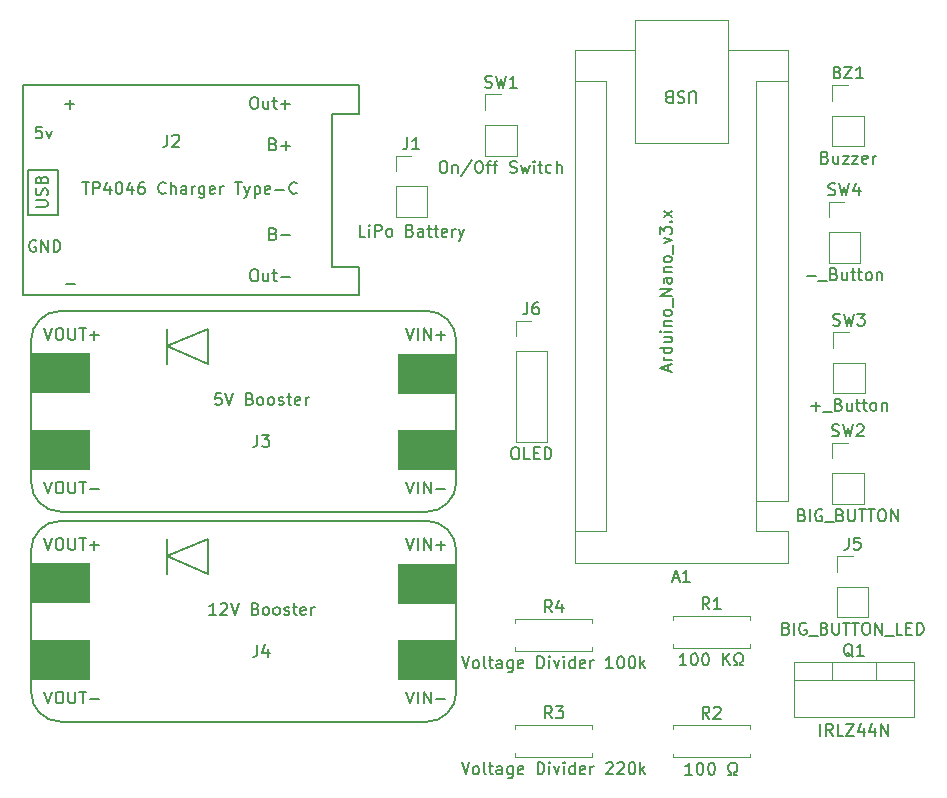
<source format=gbr>
%TF.GenerationSoftware,KiCad,Pcbnew,6.0.11+dfsg-1*%
%TF.CreationDate,2025-09-22T09:10:49+02:00*%
%TF.ProjectId,Rummikub_Timer,52756d6d-696b-4756-925f-54696d65722e,v1*%
%TF.SameCoordinates,Original*%
%TF.FileFunction,Legend,Top*%
%TF.FilePolarity,Positive*%
%FSLAX46Y46*%
G04 Gerber Fmt 4.6, Leading zero omitted, Abs format (unit mm)*
G04 Created by KiCad (PCBNEW 6.0.11+dfsg-1) date 2025-09-22 09:10:49*
%MOMM*%
%LPD*%
G01*
G04 APERTURE LIST*
%ADD10C,0.150000*%
%ADD11C,0.120000*%
%ADD12R,5.000000X3.500000*%
G04 APERTURE END LIST*
D10*
%TO.C,A1*%
X162459892Y-112485974D02*
X162936082Y-112485974D01*
X162364654Y-112771688D02*
X162697987Y-111771688D01*
X163031320Y-112771688D01*
X163888463Y-112771688D02*
X163317035Y-112771688D01*
X163602749Y-112771688D02*
X163602749Y-111771688D01*
X163507511Y-111914546D01*
X163412273Y-112009784D01*
X163317035Y-112057403D01*
X162070844Y-94927403D02*
X162070844Y-94451212D01*
X162356558Y-95022641D02*
X161356558Y-94689308D01*
X162356558Y-94355974D01*
X162356558Y-94022641D02*
X161689892Y-94022641D01*
X161880368Y-94022641D02*
X161785130Y-93975022D01*
X161737511Y-93927403D01*
X161689892Y-93832165D01*
X161689892Y-93736927D01*
X162356558Y-92975022D02*
X161356558Y-92975022D01*
X162308939Y-92975022D02*
X162356558Y-93070260D01*
X162356558Y-93260736D01*
X162308939Y-93355974D01*
X162261320Y-93403593D01*
X162166082Y-93451212D01*
X161880368Y-93451212D01*
X161785130Y-93403593D01*
X161737511Y-93355974D01*
X161689892Y-93260736D01*
X161689892Y-93070260D01*
X161737511Y-92975022D01*
X161689892Y-92070260D02*
X162356558Y-92070260D01*
X161689892Y-92498831D02*
X162213701Y-92498831D01*
X162308939Y-92451212D01*
X162356558Y-92355974D01*
X162356558Y-92213117D01*
X162308939Y-92117879D01*
X162261320Y-92070260D01*
X162356558Y-91594069D02*
X161689892Y-91594069D01*
X161356558Y-91594069D02*
X161404178Y-91641688D01*
X161451797Y-91594069D01*
X161404178Y-91546450D01*
X161356558Y-91594069D01*
X161451797Y-91594069D01*
X161689892Y-91117879D02*
X162356558Y-91117879D01*
X161785130Y-91117879D02*
X161737511Y-91070260D01*
X161689892Y-90975022D01*
X161689892Y-90832165D01*
X161737511Y-90736927D01*
X161832749Y-90689308D01*
X162356558Y-90689308D01*
X162356558Y-90070260D02*
X162308939Y-90165498D01*
X162261320Y-90213117D01*
X162166082Y-90260736D01*
X161880368Y-90260736D01*
X161785130Y-90213117D01*
X161737511Y-90165498D01*
X161689892Y-90070260D01*
X161689892Y-89927403D01*
X161737511Y-89832165D01*
X161785130Y-89784546D01*
X161880368Y-89736927D01*
X162166082Y-89736927D01*
X162261320Y-89784546D01*
X162308939Y-89832165D01*
X162356558Y-89927403D01*
X162356558Y-90070260D01*
X162451797Y-89546450D02*
X162451797Y-88784546D01*
X162356558Y-88546450D02*
X161356558Y-88546450D01*
X162356558Y-87975022D01*
X161356558Y-87975022D01*
X162356558Y-87070260D02*
X161832749Y-87070260D01*
X161737511Y-87117879D01*
X161689892Y-87213117D01*
X161689892Y-87403593D01*
X161737511Y-87498831D01*
X162308939Y-87070260D02*
X162356558Y-87165498D01*
X162356558Y-87403593D01*
X162308939Y-87498831D01*
X162213701Y-87546450D01*
X162118463Y-87546450D01*
X162023225Y-87498831D01*
X161975606Y-87403593D01*
X161975606Y-87165498D01*
X161927987Y-87070260D01*
X161689892Y-86594069D02*
X162356558Y-86594069D01*
X161785130Y-86594069D02*
X161737511Y-86546450D01*
X161689892Y-86451212D01*
X161689892Y-86308355D01*
X161737511Y-86213117D01*
X161832749Y-86165498D01*
X162356558Y-86165498D01*
X162356558Y-85546450D02*
X162308939Y-85641688D01*
X162261320Y-85689308D01*
X162166082Y-85736927D01*
X161880368Y-85736927D01*
X161785130Y-85689308D01*
X161737511Y-85641688D01*
X161689892Y-85546450D01*
X161689892Y-85403593D01*
X161737511Y-85308355D01*
X161785130Y-85260736D01*
X161880368Y-85213117D01*
X162166082Y-85213117D01*
X162261320Y-85260736D01*
X162308939Y-85308355D01*
X162356558Y-85403593D01*
X162356558Y-85546450D01*
X162451797Y-85022641D02*
X162451797Y-84260736D01*
X161689892Y-84117879D02*
X162356558Y-83879784D01*
X161689892Y-83641688D01*
X161356558Y-83355974D02*
X161356558Y-82736927D01*
X161737511Y-83070260D01*
X161737511Y-82927403D01*
X161785130Y-82832165D01*
X161832749Y-82784546D01*
X161927987Y-82736927D01*
X162166082Y-82736927D01*
X162261320Y-82784546D01*
X162308939Y-82832165D01*
X162356558Y-82927403D01*
X162356558Y-83213117D01*
X162308939Y-83308355D01*
X162261320Y-83355974D01*
X162261320Y-82308355D02*
X162308939Y-82260736D01*
X162356558Y-82308355D01*
X162308939Y-82355974D01*
X162261320Y-82308355D01*
X162356558Y-82308355D01*
X162356558Y-81927403D02*
X161689892Y-81403593D01*
X161689892Y-81927403D02*
X162356558Y-81403593D01*
X164436082Y-72226927D02*
X164436082Y-71417403D01*
X164388463Y-71322165D01*
X164340844Y-71274546D01*
X164245606Y-71226927D01*
X164055130Y-71226927D01*
X163959892Y-71274546D01*
X163912273Y-71322165D01*
X163864654Y-71417403D01*
X163864654Y-72226927D01*
X163436082Y-71274546D02*
X163293225Y-71226927D01*
X163055130Y-71226927D01*
X162959892Y-71274546D01*
X162912273Y-71322165D01*
X162864654Y-71417403D01*
X162864654Y-71512641D01*
X162912273Y-71607879D01*
X162959892Y-71655498D01*
X163055130Y-71703117D01*
X163245606Y-71750736D01*
X163340844Y-71798355D01*
X163388463Y-71845974D01*
X163436082Y-71941212D01*
X163436082Y-72036450D01*
X163388463Y-72131688D01*
X163340844Y-72179308D01*
X163245606Y-72226927D01*
X163007511Y-72226927D01*
X162864654Y-72179308D01*
X162102749Y-71750736D02*
X161959892Y-71703117D01*
X161912273Y-71655498D01*
X161864654Y-71560260D01*
X161864654Y-71417403D01*
X161912273Y-71322165D01*
X161959892Y-71274546D01*
X162055130Y-71226927D01*
X162436082Y-71226927D01*
X162436082Y-72226927D01*
X162102749Y-72226927D01*
X162007511Y-72179308D01*
X161959892Y-72131688D01*
X161912273Y-72036450D01*
X161912273Y-71941212D01*
X161959892Y-71845974D01*
X162007511Y-71798355D01*
X162102749Y-71750736D01*
X162436082Y-71750736D01*
%TO.C,Q1*%
X177704761Y-119142619D02*
X177609523Y-119095000D01*
X177514285Y-118999761D01*
X177371428Y-118856904D01*
X177276190Y-118809285D01*
X177180952Y-118809285D01*
X177228571Y-119047380D02*
X177133333Y-118999761D01*
X177038095Y-118904523D01*
X176990476Y-118714047D01*
X176990476Y-118380714D01*
X177038095Y-118190238D01*
X177133333Y-118095000D01*
X177228571Y-118047380D01*
X177419047Y-118047380D01*
X177514285Y-118095000D01*
X177609523Y-118190238D01*
X177657142Y-118380714D01*
X177657142Y-118714047D01*
X177609523Y-118904523D01*
X177514285Y-118999761D01*
X177419047Y-119047380D01*
X177228571Y-119047380D01*
X178609523Y-119047380D02*
X178038095Y-119047380D01*
X178323809Y-119047380D02*
X178323809Y-118047380D01*
X178228571Y-118190238D01*
X178133333Y-118285476D01*
X178038095Y-118333095D01*
X174942857Y-125817380D02*
X174942857Y-124817380D01*
X175990476Y-125817380D02*
X175657142Y-125341190D01*
X175419047Y-125817380D02*
X175419047Y-124817380D01*
X175800000Y-124817380D01*
X175895238Y-124865000D01*
X175942857Y-124912619D01*
X175990476Y-125007857D01*
X175990476Y-125150714D01*
X175942857Y-125245952D01*
X175895238Y-125293571D01*
X175800000Y-125341190D01*
X175419047Y-125341190D01*
X176895238Y-125817380D02*
X176419047Y-125817380D01*
X176419047Y-124817380D01*
X177133333Y-124817380D02*
X177800000Y-124817380D01*
X177133333Y-125817380D01*
X177800000Y-125817380D01*
X178609523Y-125150714D02*
X178609523Y-125817380D01*
X178371428Y-124769761D02*
X178133333Y-125484047D01*
X178752380Y-125484047D01*
X179561904Y-125150714D02*
X179561904Y-125817380D01*
X179323809Y-124769761D02*
X179085714Y-125484047D01*
X179704761Y-125484047D01*
X180085714Y-125817380D02*
X180085714Y-124817380D01*
X180657142Y-125817380D01*
X180657142Y-124817380D01*
%TO.C,SW1*%
X146568344Y-70904069D02*
X146711201Y-70951688D01*
X146949297Y-70951688D01*
X147044535Y-70904069D01*
X147092154Y-70856450D01*
X147139773Y-70761212D01*
X147139773Y-70665974D01*
X147092154Y-70570736D01*
X147044535Y-70523117D01*
X146949297Y-70475498D01*
X146758820Y-70427879D01*
X146663582Y-70380260D01*
X146615963Y-70332641D01*
X146568344Y-70237403D01*
X146568344Y-70142165D01*
X146615963Y-70046927D01*
X146663582Y-69999308D01*
X146758820Y-69951688D01*
X146996916Y-69951688D01*
X147139773Y-69999308D01*
X147473106Y-69951688D02*
X147711201Y-70951688D01*
X147901678Y-70237403D01*
X148092154Y-70951688D01*
X148330249Y-69951688D01*
X149235011Y-70951688D02*
X148663582Y-70951688D01*
X148949297Y-70951688D02*
X148949297Y-69951688D01*
X148854058Y-70094546D01*
X148758820Y-70189784D01*
X148663582Y-70237403D01*
X142949297Y-77151688D02*
X143139773Y-77151688D01*
X143235011Y-77199308D01*
X143330249Y-77294546D01*
X143377868Y-77485022D01*
X143377868Y-77818355D01*
X143330249Y-78008831D01*
X143235011Y-78104069D01*
X143139773Y-78151688D01*
X142949297Y-78151688D01*
X142854058Y-78104069D01*
X142758820Y-78008831D01*
X142711201Y-77818355D01*
X142711201Y-77485022D01*
X142758820Y-77294546D01*
X142854058Y-77199308D01*
X142949297Y-77151688D01*
X143806439Y-77485022D02*
X143806439Y-78151688D01*
X143806439Y-77580260D02*
X143854058Y-77532641D01*
X143949297Y-77485022D01*
X144092154Y-77485022D01*
X144187392Y-77532641D01*
X144235011Y-77627879D01*
X144235011Y-78151688D01*
X145425487Y-77104069D02*
X144568344Y-78389784D01*
X145949297Y-77151688D02*
X146139773Y-77151688D01*
X146235011Y-77199308D01*
X146330249Y-77294546D01*
X146377868Y-77485022D01*
X146377868Y-77818355D01*
X146330249Y-78008831D01*
X146235011Y-78104069D01*
X146139773Y-78151688D01*
X145949297Y-78151688D01*
X145854058Y-78104069D01*
X145758820Y-78008831D01*
X145711201Y-77818355D01*
X145711201Y-77485022D01*
X145758820Y-77294546D01*
X145854058Y-77199308D01*
X145949297Y-77151688D01*
X146663582Y-77485022D02*
X147044535Y-77485022D01*
X146806439Y-78151688D02*
X146806439Y-77294546D01*
X146854058Y-77199308D01*
X146949297Y-77151688D01*
X147044535Y-77151688D01*
X147235011Y-77485022D02*
X147615963Y-77485022D01*
X147377868Y-78151688D02*
X147377868Y-77294546D01*
X147425487Y-77199308D01*
X147520725Y-77151688D01*
X147615963Y-77151688D01*
X148663582Y-78104069D02*
X148806439Y-78151688D01*
X149044535Y-78151688D01*
X149139773Y-78104069D01*
X149187392Y-78056450D01*
X149235011Y-77961212D01*
X149235011Y-77865974D01*
X149187392Y-77770736D01*
X149139773Y-77723117D01*
X149044535Y-77675498D01*
X148854058Y-77627879D01*
X148758820Y-77580260D01*
X148711201Y-77532641D01*
X148663582Y-77437403D01*
X148663582Y-77342165D01*
X148711201Y-77246927D01*
X148758820Y-77199308D01*
X148854058Y-77151688D01*
X149092154Y-77151688D01*
X149235011Y-77199308D01*
X149568344Y-77485022D02*
X149758820Y-78151688D01*
X149949297Y-77675498D01*
X150139773Y-78151688D01*
X150330249Y-77485022D01*
X150711201Y-78151688D02*
X150711201Y-77485022D01*
X150711201Y-77151688D02*
X150663582Y-77199308D01*
X150711201Y-77246927D01*
X150758820Y-77199308D01*
X150711201Y-77151688D01*
X150711201Y-77246927D01*
X151044535Y-77485022D02*
X151425487Y-77485022D01*
X151187392Y-77151688D02*
X151187392Y-78008831D01*
X151235011Y-78104069D01*
X151330249Y-78151688D01*
X151425487Y-78151688D01*
X152187392Y-78104069D02*
X152092154Y-78151688D01*
X151901678Y-78151688D01*
X151806439Y-78104069D01*
X151758820Y-78056450D01*
X151711201Y-77961212D01*
X151711201Y-77675498D01*
X151758820Y-77580260D01*
X151806439Y-77532641D01*
X151901678Y-77485022D01*
X152092154Y-77485022D01*
X152187392Y-77532641D01*
X152615963Y-78151688D02*
X152615963Y-77151688D01*
X153044535Y-78151688D02*
X153044535Y-77627879D01*
X152996916Y-77532641D01*
X152901678Y-77485022D01*
X152758820Y-77485022D01*
X152663582Y-77532641D01*
X152615963Y-77580260D01*
%TO.C,J3*%
X127290844Y-100341688D02*
X127290844Y-101055974D01*
X127243225Y-101198831D01*
X127147987Y-101294069D01*
X127005130Y-101341688D01*
X126909892Y-101341688D01*
X127671797Y-100341688D02*
X128290844Y-100341688D01*
X127957511Y-100722641D01*
X128100368Y-100722641D01*
X128195606Y-100770260D01*
X128243225Y-100817879D01*
X128290844Y-100913117D01*
X128290844Y-101151212D01*
X128243225Y-101246450D01*
X128195606Y-101294069D01*
X128100368Y-101341688D01*
X127814654Y-101341688D01*
X127719416Y-101294069D01*
X127671797Y-101246450D01*
X124219416Y-96801688D02*
X123743225Y-96801688D01*
X123695606Y-97277879D01*
X123743225Y-97230260D01*
X123838463Y-97182641D01*
X124076558Y-97182641D01*
X124171797Y-97230260D01*
X124219416Y-97277879D01*
X124267035Y-97373117D01*
X124267035Y-97611212D01*
X124219416Y-97706450D01*
X124171797Y-97754069D01*
X124076558Y-97801688D01*
X123838463Y-97801688D01*
X123743225Y-97754069D01*
X123695606Y-97706450D01*
X124552749Y-96801688D02*
X124886082Y-97801688D01*
X125219416Y-96801688D01*
X126647987Y-97277879D02*
X126790844Y-97325498D01*
X126838463Y-97373117D01*
X126886082Y-97468355D01*
X126886082Y-97611212D01*
X126838463Y-97706450D01*
X126790844Y-97754069D01*
X126695606Y-97801688D01*
X126314654Y-97801688D01*
X126314654Y-96801688D01*
X126647987Y-96801688D01*
X126743225Y-96849308D01*
X126790844Y-96896927D01*
X126838463Y-96992165D01*
X126838463Y-97087403D01*
X126790844Y-97182641D01*
X126743225Y-97230260D01*
X126647987Y-97277879D01*
X126314654Y-97277879D01*
X127457511Y-97801688D02*
X127362273Y-97754069D01*
X127314654Y-97706450D01*
X127267035Y-97611212D01*
X127267035Y-97325498D01*
X127314654Y-97230260D01*
X127362273Y-97182641D01*
X127457511Y-97135022D01*
X127600368Y-97135022D01*
X127695606Y-97182641D01*
X127743225Y-97230260D01*
X127790844Y-97325498D01*
X127790844Y-97611212D01*
X127743225Y-97706450D01*
X127695606Y-97754069D01*
X127600368Y-97801688D01*
X127457511Y-97801688D01*
X128362273Y-97801688D02*
X128267035Y-97754069D01*
X128219416Y-97706450D01*
X128171797Y-97611212D01*
X128171797Y-97325498D01*
X128219416Y-97230260D01*
X128267035Y-97182641D01*
X128362273Y-97135022D01*
X128505130Y-97135022D01*
X128600368Y-97182641D01*
X128647987Y-97230260D01*
X128695606Y-97325498D01*
X128695606Y-97611212D01*
X128647987Y-97706450D01*
X128600368Y-97754069D01*
X128505130Y-97801688D01*
X128362273Y-97801688D01*
X129076558Y-97754069D02*
X129171797Y-97801688D01*
X129362273Y-97801688D01*
X129457511Y-97754069D01*
X129505130Y-97658831D01*
X129505130Y-97611212D01*
X129457511Y-97515974D01*
X129362273Y-97468355D01*
X129219416Y-97468355D01*
X129124178Y-97420736D01*
X129076558Y-97325498D01*
X129076558Y-97277879D01*
X129124178Y-97182641D01*
X129219416Y-97135022D01*
X129362273Y-97135022D01*
X129457511Y-97182641D01*
X129790844Y-97135022D02*
X130171797Y-97135022D01*
X129933701Y-96801688D02*
X129933701Y-97658831D01*
X129981320Y-97754069D01*
X130076558Y-97801688D01*
X130171797Y-97801688D01*
X130886082Y-97754069D02*
X130790844Y-97801688D01*
X130600368Y-97801688D01*
X130505130Y-97754069D01*
X130457511Y-97658831D01*
X130457511Y-97277879D01*
X130505130Y-97182641D01*
X130600368Y-97135022D01*
X130790844Y-97135022D01*
X130886082Y-97182641D01*
X130933701Y-97277879D01*
X130933701Y-97373117D01*
X130457511Y-97468355D01*
X131362273Y-97801688D02*
X131362273Y-97135022D01*
X131362273Y-97325498D02*
X131409892Y-97230260D01*
X131457511Y-97182641D01*
X131552749Y-97135022D01*
X131647987Y-97135022D01*
X109243225Y-104301688D02*
X109576558Y-105301688D01*
X109909892Y-104301688D01*
X110433701Y-104301688D02*
X110624178Y-104301688D01*
X110719416Y-104349308D01*
X110814654Y-104444546D01*
X110862273Y-104635022D01*
X110862273Y-104968355D01*
X110814654Y-105158831D01*
X110719416Y-105254069D01*
X110624178Y-105301688D01*
X110433701Y-105301688D01*
X110338463Y-105254069D01*
X110243225Y-105158831D01*
X110195606Y-104968355D01*
X110195606Y-104635022D01*
X110243225Y-104444546D01*
X110338463Y-104349308D01*
X110433701Y-104301688D01*
X111290844Y-104301688D02*
X111290844Y-105111212D01*
X111338463Y-105206450D01*
X111386082Y-105254069D01*
X111481320Y-105301688D01*
X111671797Y-105301688D01*
X111767035Y-105254069D01*
X111814654Y-105206450D01*
X111862273Y-105111212D01*
X111862273Y-104301688D01*
X112195606Y-104301688D02*
X112767035Y-104301688D01*
X112481320Y-105301688D02*
X112481320Y-104301688D01*
X113100368Y-104920736D02*
X113862273Y-104920736D01*
X139909892Y-91301688D02*
X140243225Y-92301688D01*
X140576558Y-91301688D01*
X140909892Y-92301688D02*
X140909892Y-91301688D01*
X141386082Y-92301688D02*
X141386082Y-91301688D01*
X141957511Y-92301688D01*
X141957511Y-91301688D01*
X142433701Y-91920736D02*
X143195606Y-91920736D01*
X142814654Y-92301688D02*
X142814654Y-91539784D01*
X109243225Y-91301688D02*
X109576558Y-92301688D01*
X109909892Y-91301688D01*
X110433701Y-91301688D02*
X110624178Y-91301688D01*
X110719416Y-91349308D01*
X110814654Y-91444546D01*
X110862273Y-91635022D01*
X110862273Y-91968355D01*
X110814654Y-92158831D01*
X110719416Y-92254069D01*
X110624178Y-92301688D01*
X110433701Y-92301688D01*
X110338463Y-92254069D01*
X110243225Y-92158831D01*
X110195606Y-91968355D01*
X110195606Y-91635022D01*
X110243225Y-91444546D01*
X110338463Y-91349308D01*
X110433701Y-91301688D01*
X111290844Y-91301688D02*
X111290844Y-92111212D01*
X111338463Y-92206450D01*
X111386082Y-92254069D01*
X111481320Y-92301688D01*
X111671797Y-92301688D01*
X111767035Y-92254069D01*
X111814654Y-92206450D01*
X111862273Y-92111212D01*
X111862273Y-91301688D01*
X112195606Y-91301688D02*
X112767035Y-91301688D01*
X112481320Y-92301688D02*
X112481320Y-91301688D01*
X113100368Y-91920736D02*
X113862273Y-91920736D01*
X113481320Y-92301688D02*
X113481320Y-91539784D01*
X139909892Y-104301688D02*
X140243225Y-105301688D01*
X140576558Y-104301688D01*
X140909892Y-105301688D02*
X140909892Y-104301688D01*
X141386082Y-105301688D02*
X141386082Y-104301688D01*
X141957511Y-105301688D01*
X141957511Y-104301688D01*
X142433701Y-104920736D02*
X143195606Y-104920736D01*
%TO.C,R3*%
X152218863Y-124331688D02*
X151885530Y-123855498D01*
X151647434Y-124331688D02*
X151647434Y-123331688D01*
X152028387Y-123331688D01*
X152123625Y-123379308D01*
X152171244Y-123426927D01*
X152218863Y-123522165D01*
X152218863Y-123665022D01*
X152171244Y-123760260D01*
X152123625Y-123807879D01*
X152028387Y-123855498D01*
X151647434Y-123855498D01*
X152552196Y-123331688D02*
X153171244Y-123331688D01*
X152837910Y-123712641D01*
X152980768Y-123712641D01*
X153076006Y-123760260D01*
X153123625Y-123807879D01*
X153171244Y-123903117D01*
X153171244Y-124141212D01*
X153123625Y-124236450D01*
X153076006Y-124284069D01*
X152980768Y-124331688D01*
X152695053Y-124331688D01*
X152599815Y-124284069D01*
X152552196Y-124236450D01*
X144576006Y-128071688D02*
X144909339Y-129071688D01*
X145242672Y-128071688D01*
X145718863Y-129071688D02*
X145623625Y-129024069D01*
X145576006Y-128976450D01*
X145528387Y-128881212D01*
X145528387Y-128595498D01*
X145576006Y-128500260D01*
X145623625Y-128452641D01*
X145718863Y-128405022D01*
X145861720Y-128405022D01*
X145956958Y-128452641D01*
X146004577Y-128500260D01*
X146052196Y-128595498D01*
X146052196Y-128881212D01*
X146004577Y-128976450D01*
X145956958Y-129024069D01*
X145861720Y-129071688D01*
X145718863Y-129071688D01*
X146623625Y-129071688D02*
X146528387Y-129024069D01*
X146480768Y-128928831D01*
X146480768Y-128071688D01*
X146861720Y-128405022D02*
X147242672Y-128405022D01*
X147004577Y-128071688D02*
X147004577Y-128928831D01*
X147052196Y-129024069D01*
X147147434Y-129071688D01*
X147242672Y-129071688D01*
X148004577Y-129071688D02*
X148004577Y-128547879D01*
X147956958Y-128452641D01*
X147861720Y-128405022D01*
X147671244Y-128405022D01*
X147576006Y-128452641D01*
X148004577Y-129024069D02*
X147909339Y-129071688D01*
X147671244Y-129071688D01*
X147576006Y-129024069D01*
X147528387Y-128928831D01*
X147528387Y-128833593D01*
X147576006Y-128738355D01*
X147671244Y-128690736D01*
X147909339Y-128690736D01*
X148004577Y-128643117D01*
X148909339Y-128405022D02*
X148909339Y-129214546D01*
X148861720Y-129309784D01*
X148814101Y-129357403D01*
X148718863Y-129405022D01*
X148576006Y-129405022D01*
X148480768Y-129357403D01*
X148909339Y-129024069D02*
X148814101Y-129071688D01*
X148623625Y-129071688D01*
X148528387Y-129024069D01*
X148480768Y-128976450D01*
X148433149Y-128881212D01*
X148433149Y-128595498D01*
X148480768Y-128500260D01*
X148528387Y-128452641D01*
X148623625Y-128405022D01*
X148814101Y-128405022D01*
X148909339Y-128452641D01*
X149766482Y-129024069D02*
X149671244Y-129071688D01*
X149480768Y-129071688D01*
X149385530Y-129024069D01*
X149337910Y-128928831D01*
X149337910Y-128547879D01*
X149385530Y-128452641D01*
X149480768Y-128405022D01*
X149671244Y-128405022D01*
X149766482Y-128452641D01*
X149814101Y-128547879D01*
X149814101Y-128643117D01*
X149337910Y-128738355D01*
X151004577Y-129071688D02*
X151004577Y-128071688D01*
X151242672Y-128071688D01*
X151385530Y-128119308D01*
X151480768Y-128214546D01*
X151528387Y-128309784D01*
X151576006Y-128500260D01*
X151576006Y-128643117D01*
X151528387Y-128833593D01*
X151480768Y-128928831D01*
X151385530Y-129024069D01*
X151242672Y-129071688D01*
X151004577Y-129071688D01*
X152004577Y-129071688D02*
X152004577Y-128405022D01*
X152004577Y-128071688D02*
X151956958Y-128119308D01*
X152004577Y-128166927D01*
X152052196Y-128119308D01*
X152004577Y-128071688D01*
X152004577Y-128166927D01*
X152385530Y-128405022D02*
X152623625Y-129071688D01*
X152861720Y-128405022D01*
X153242672Y-129071688D02*
X153242672Y-128405022D01*
X153242672Y-128071688D02*
X153195053Y-128119308D01*
X153242672Y-128166927D01*
X153290291Y-128119308D01*
X153242672Y-128071688D01*
X153242672Y-128166927D01*
X154147434Y-129071688D02*
X154147434Y-128071688D01*
X154147434Y-129024069D02*
X154052196Y-129071688D01*
X153861720Y-129071688D01*
X153766482Y-129024069D01*
X153718863Y-128976450D01*
X153671244Y-128881212D01*
X153671244Y-128595498D01*
X153718863Y-128500260D01*
X153766482Y-128452641D01*
X153861720Y-128405022D01*
X154052196Y-128405022D01*
X154147434Y-128452641D01*
X155004577Y-129024069D02*
X154909339Y-129071688D01*
X154718863Y-129071688D01*
X154623625Y-129024069D01*
X154576006Y-128928831D01*
X154576006Y-128547879D01*
X154623625Y-128452641D01*
X154718863Y-128405022D01*
X154909339Y-128405022D01*
X155004577Y-128452641D01*
X155052196Y-128547879D01*
X155052196Y-128643117D01*
X154576006Y-128738355D01*
X155480768Y-129071688D02*
X155480768Y-128405022D01*
X155480768Y-128595498D02*
X155528387Y-128500260D01*
X155576006Y-128452641D01*
X155671244Y-128405022D01*
X155766482Y-128405022D01*
X156814101Y-128166927D02*
X156861720Y-128119308D01*
X156956958Y-128071688D01*
X157195053Y-128071688D01*
X157290291Y-128119308D01*
X157337910Y-128166927D01*
X157385530Y-128262165D01*
X157385530Y-128357403D01*
X157337910Y-128500260D01*
X156766482Y-129071688D01*
X157385530Y-129071688D01*
X157766482Y-128166927D02*
X157814101Y-128119308D01*
X157909339Y-128071688D01*
X158147434Y-128071688D01*
X158242672Y-128119308D01*
X158290291Y-128166927D01*
X158337910Y-128262165D01*
X158337910Y-128357403D01*
X158290291Y-128500260D01*
X157718863Y-129071688D01*
X158337910Y-129071688D01*
X158956958Y-128071688D02*
X159052196Y-128071688D01*
X159147434Y-128119308D01*
X159195053Y-128166927D01*
X159242672Y-128262165D01*
X159290291Y-128452641D01*
X159290291Y-128690736D01*
X159242672Y-128881212D01*
X159195053Y-128976450D01*
X159147434Y-129024069D01*
X159052196Y-129071688D01*
X158956958Y-129071688D01*
X158861720Y-129024069D01*
X158814101Y-128976450D01*
X158766482Y-128881212D01*
X158718863Y-128690736D01*
X158718863Y-128452641D01*
X158766482Y-128262165D01*
X158814101Y-128166927D01*
X158861720Y-128119308D01*
X158956958Y-128071688D01*
X159718863Y-129071688D02*
X159718863Y-128071688D01*
X159814101Y-128690736D02*
X160099815Y-129071688D01*
X160099815Y-128405022D02*
X159718863Y-128785974D01*
%TO.C,BZ1*%
X176413587Y-69645589D02*
X176556444Y-69693208D01*
X176604063Y-69740827D01*
X176651682Y-69836065D01*
X176651682Y-69978922D01*
X176604063Y-70074160D01*
X176556444Y-70121779D01*
X176461206Y-70169398D01*
X176080254Y-70169398D01*
X176080254Y-69169398D01*
X176413587Y-69169398D01*
X176508825Y-69217018D01*
X176556444Y-69264637D01*
X176604063Y-69359875D01*
X176604063Y-69455113D01*
X176556444Y-69550351D01*
X176508825Y-69597970D01*
X176413587Y-69645589D01*
X176080254Y-69645589D01*
X176985016Y-69169398D02*
X177651682Y-69169398D01*
X176985016Y-70169398D01*
X177651682Y-70169398D01*
X178556444Y-70169398D02*
X177985016Y-70169398D01*
X178270730Y-70169398D02*
X178270730Y-69169398D01*
X178175492Y-69312256D01*
X178080254Y-69407494D01*
X177985016Y-69455113D01*
X175365968Y-76845589D02*
X175508825Y-76893208D01*
X175556444Y-76940827D01*
X175604063Y-77036065D01*
X175604063Y-77178922D01*
X175556444Y-77274160D01*
X175508825Y-77321779D01*
X175413587Y-77369398D01*
X175032635Y-77369398D01*
X175032635Y-76369398D01*
X175365968Y-76369398D01*
X175461206Y-76417018D01*
X175508825Y-76464637D01*
X175556444Y-76559875D01*
X175556444Y-76655113D01*
X175508825Y-76750351D01*
X175461206Y-76797970D01*
X175365968Y-76845589D01*
X175032635Y-76845589D01*
X176461206Y-76702732D02*
X176461206Y-77369398D01*
X176032635Y-76702732D02*
X176032635Y-77226541D01*
X176080254Y-77321779D01*
X176175492Y-77369398D01*
X176318349Y-77369398D01*
X176413587Y-77321779D01*
X176461206Y-77274160D01*
X176842159Y-76702732D02*
X177365968Y-76702732D01*
X176842159Y-77369398D01*
X177365968Y-77369398D01*
X177651682Y-76702732D02*
X178175492Y-76702732D01*
X177651682Y-77369398D01*
X178175492Y-77369398D01*
X178937397Y-77321779D02*
X178842159Y-77369398D01*
X178651682Y-77369398D01*
X178556444Y-77321779D01*
X178508825Y-77226541D01*
X178508825Y-76845589D01*
X178556444Y-76750351D01*
X178651682Y-76702732D01*
X178842159Y-76702732D01*
X178937397Y-76750351D01*
X178985016Y-76845589D01*
X178985016Y-76940827D01*
X178508825Y-77036065D01*
X179413587Y-77369398D02*
X179413587Y-76702732D01*
X179413587Y-76893208D02*
X179461206Y-76797970D01*
X179508825Y-76750351D01*
X179604063Y-76702732D01*
X179699301Y-76702732D01*
%TO.C,R1*%
X165557511Y-115099458D02*
X165224178Y-114623268D01*
X164986082Y-115099458D02*
X164986082Y-114099458D01*
X165367035Y-114099458D01*
X165462273Y-114147078D01*
X165509892Y-114194697D01*
X165557511Y-114289935D01*
X165557511Y-114432792D01*
X165509892Y-114528030D01*
X165462273Y-114575649D01*
X165367035Y-114623268D01*
X164986082Y-114623268D01*
X166509892Y-115099458D02*
X165938463Y-115099458D01*
X166224178Y-115099458D02*
X166224178Y-114099458D01*
X166128939Y-114242316D01*
X166033701Y-114337554D01*
X165938463Y-114385173D01*
X163605130Y-119839458D02*
X163033701Y-119839458D01*
X163319416Y-119839458D02*
X163319416Y-118839458D01*
X163224178Y-118982316D01*
X163128939Y-119077554D01*
X163033701Y-119125173D01*
X164224178Y-118839458D02*
X164319416Y-118839458D01*
X164414654Y-118887078D01*
X164462273Y-118934697D01*
X164509892Y-119029935D01*
X164557511Y-119220411D01*
X164557511Y-119458506D01*
X164509892Y-119648982D01*
X164462273Y-119744220D01*
X164414654Y-119791839D01*
X164319416Y-119839458D01*
X164224178Y-119839458D01*
X164128939Y-119791839D01*
X164081320Y-119744220D01*
X164033701Y-119648982D01*
X163986082Y-119458506D01*
X163986082Y-119220411D01*
X164033701Y-119029935D01*
X164081320Y-118934697D01*
X164128939Y-118887078D01*
X164224178Y-118839458D01*
X165176558Y-118839458D02*
X165271797Y-118839458D01*
X165367035Y-118887078D01*
X165414654Y-118934697D01*
X165462273Y-119029935D01*
X165509892Y-119220411D01*
X165509892Y-119458506D01*
X165462273Y-119648982D01*
X165414654Y-119744220D01*
X165367035Y-119791839D01*
X165271797Y-119839458D01*
X165176558Y-119839458D01*
X165081320Y-119791839D01*
X165033701Y-119744220D01*
X164986082Y-119648982D01*
X164938463Y-119458506D01*
X164938463Y-119220411D01*
X164986082Y-119029935D01*
X165033701Y-118934697D01*
X165081320Y-118887078D01*
X165176558Y-118839458D01*
X166700368Y-119839458D02*
X166700368Y-118839458D01*
X167271797Y-119839458D02*
X166843225Y-119268030D01*
X167271797Y-118839458D02*
X166700368Y-119410887D01*
X167652749Y-119839458D02*
X167890844Y-119839458D01*
X167890844Y-119648982D01*
X167795606Y-119601363D01*
X167700368Y-119506125D01*
X167652749Y-119363268D01*
X167652749Y-119125173D01*
X167700368Y-118982316D01*
X167795606Y-118887078D01*
X167938463Y-118839458D01*
X168128939Y-118839458D01*
X168271797Y-118887078D01*
X168367035Y-118982316D01*
X168414654Y-119125173D01*
X168414654Y-119363268D01*
X168367035Y-119506125D01*
X168271797Y-119601363D01*
X168176558Y-119648982D01*
X168176558Y-119839458D01*
X168414654Y-119839458D01*
%TO.C,J5*%
X177353344Y-109051688D02*
X177353344Y-109765974D01*
X177305725Y-109908831D01*
X177210487Y-110004069D01*
X177067630Y-110051688D01*
X176972392Y-110051688D01*
X178305725Y-109051688D02*
X177829535Y-109051688D01*
X177781916Y-109527879D01*
X177829535Y-109480260D01*
X177924773Y-109432641D01*
X178162868Y-109432641D01*
X178258106Y-109480260D01*
X178305725Y-109527879D01*
X178353344Y-109623117D01*
X178353344Y-109861212D01*
X178305725Y-109956450D01*
X178258106Y-110004069D01*
X178162868Y-110051688D01*
X177924773Y-110051688D01*
X177829535Y-110004069D01*
X177781916Y-109956450D01*
X172067630Y-116727879D02*
X172210487Y-116775498D01*
X172258106Y-116823117D01*
X172305725Y-116918355D01*
X172305725Y-117061212D01*
X172258106Y-117156450D01*
X172210487Y-117204069D01*
X172115249Y-117251688D01*
X171734297Y-117251688D01*
X171734297Y-116251688D01*
X172067630Y-116251688D01*
X172162868Y-116299308D01*
X172210487Y-116346927D01*
X172258106Y-116442165D01*
X172258106Y-116537403D01*
X172210487Y-116632641D01*
X172162868Y-116680260D01*
X172067630Y-116727879D01*
X171734297Y-116727879D01*
X172734297Y-117251688D02*
X172734297Y-116251688D01*
X173734297Y-116299308D02*
X173639058Y-116251688D01*
X173496201Y-116251688D01*
X173353344Y-116299308D01*
X173258106Y-116394546D01*
X173210487Y-116489784D01*
X173162868Y-116680260D01*
X173162868Y-116823117D01*
X173210487Y-117013593D01*
X173258106Y-117108831D01*
X173353344Y-117204069D01*
X173496201Y-117251688D01*
X173591439Y-117251688D01*
X173734297Y-117204069D01*
X173781916Y-117156450D01*
X173781916Y-116823117D01*
X173591439Y-116823117D01*
X173972392Y-117346927D02*
X174734297Y-117346927D01*
X175305725Y-116727879D02*
X175448582Y-116775498D01*
X175496201Y-116823117D01*
X175543820Y-116918355D01*
X175543820Y-117061212D01*
X175496201Y-117156450D01*
X175448582Y-117204069D01*
X175353344Y-117251688D01*
X174972392Y-117251688D01*
X174972392Y-116251688D01*
X175305725Y-116251688D01*
X175400963Y-116299308D01*
X175448582Y-116346927D01*
X175496201Y-116442165D01*
X175496201Y-116537403D01*
X175448582Y-116632641D01*
X175400963Y-116680260D01*
X175305725Y-116727879D01*
X174972392Y-116727879D01*
X175972392Y-116251688D02*
X175972392Y-117061212D01*
X176020011Y-117156450D01*
X176067630Y-117204069D01*
X176162868Y-117251688D01*
X176353344Y-117251688D01*
X176448582Y-117204069D01*
X176496201Y-117156450D01*
X176543820Y-117061212D01*
X176543820Y-116251688D01*
X176877154Y-116251688D02*
X177448582Y-116251688D01*
X177162868Y-117251688D02*
X177162868Y-116251688D01*
X177639058Y-116251688D02*
X178210487Y-116251688D01*
X177924773Y-117251688D02*
X177924773Y-116251688D01*
X178734297Y-116251688D02*
X178924773Y-116251688D01*
X179020011Y-116299308D01*
X179115249Y-116394546D01*
X179162868Y-116585022D01*
X179162868Y-116918355D01*
X179115249Y-117108831D01*
X179020011Y-117204069D01*
X178924773Y-117251688D01*
X178734297Y-117251688D01*
X178639058Y-117204069D01*
X178543820Y-117108831D01*
X178496201Y-116918355D01*
X178496201Y-116585022D01*
X178543820Y-116394546D01*
X178639058Y-116299308D01*
X178734297Y-116251688D01*
X179591439Y-117251688D02*
X179591439Y-116251688D01*
X180162868Y-117251688D01*
X180162868Y-116251688D01*
X180400963Y-117346927D02*
X181162868Y-117346927D01*
X181877154Y-117251688D02*
X181400963Y-117251688D01*
X181400963Y-116251688D01*
X182210487Y-116727879D02*
X182543820Y-116727879D01*
X182686678Y-117251688D02*
X182210487Y-117251688D01*
X182210487Y-116251688D01*
X182686678Y-116251688D01*
X183115249Y-117251688D02*
X183115249Y-116251688D01*
X183353344Y-116251688D01*
X183496201Y-116299308D01*
X183591439Y-116394546D01*
X183639058Y-116489784D01*
X183686678Y-116680260D01*
X183686678Y-116823117D01*
X183639058Y-117013593D01*
X183591439Y-117108831D01*
X183496201Y-117204069D01*
X183353344Y-117251688D01*
X183115249Y-117251688D01*
%TO.C,R4*%
X152217535Y-115357202D02*
X151884202Y-114881012D01*
X151646106Y-115357202D02*
X151646106Y-114357202D01*
X152027059Y-114357202D01*
X152122297Y-114404822D01*
X152169916Y-114452441D01*
X152217535Y-114547679D01*
X152217535Y-114690536D01*
X152169916Y-114785774D01*
X152122297Y-114833393D01*
X152027059Y-114881012D01*
X151646106Y-114881012D01*
X153074678Y-114690536D02*
X153074678Y-115357202D01*
X152836582Y-114309583D02*
X152598487Y-115023869D01*
X153217535Y-115023869D01*
X144574678Y-119097202D02*
X144908011Y-120097202D01*
X145241344Y-119097202D01*
X145717535Y-120097202D02*
X145622297Y-120049583D01*
X145574678Y-120001964D01*
X145527059Y-119906726D01*
X145527059Y-119621012D01*
X145574678Y-119525774D01*
X145622297Y-119478155D01*
X145717535Y-119430536D01*
X145860392Y-119430536D01*
X145955630Y-119478155D01*
X146003249Y-119525774D01*
X146050868Y-119621012D01*
X146050868Y-119906726D01*
X146003249Y-120001964D01*
X145955630Y-120049583D01*
X145860392Y-120097202D01*
X145717535Y-120097202D01*
X146622297Y-120097202D02*
X146527059Y-120049583D01*
X146479440Y-119954345D01*
X146479440Y-119097202D01*
X146860392Y-119430536D02*
X147241344Y-119430536D01*
X147003249Y-119097202D02*
X147003249Y-119954345D01*
X147050868Y-120049583D01*
X147146106Y-120097202D01*
X147241344Y-120097202D01*
X148003249Y-120097202D02*
X148003249Y-119573393D01*
X147955630Y-119478155D01*
X147860392Y-119430536D01*
X147669916Y-119430536D01*
X147574678Y-119478155D01*
X148003249Y-120049583D02*
X147908011Y-120097202D01*
X147669916Y-120097202D01*
X147574678Y-120049583D01*
X147527059Y-119954345D01*
X147527059Y-119859107D01*
X147574678Y-119763869D01*
X147669916Y-119716250D01*
X147908011Y-119716250D01*
X148003249Y-119668631D01*
X148908011Y-119430536D02*
X148908011Y-120240060D01*
X148860392Y-120335298D01*
X148812773Y-120382917D01*
X148717535Y-120430536D01*
X148574678Y-120430536D01*
X148479440Y-120382917D01*
X148908011Y-120049583D02*
X148812773Y-120097202D01*
X148622297Y-120097202D01*
X148527059Y-120049583D01*
X148479440Y-120001964D01*
X148431821Y-119906726D01*
X148431821Y-119621012D01*
X148479440Y-119525774D01*
X148527059Y-119478155D01*
X148622297Y-119430536D01*
X148812773Y-119430536D01*
X148908011Y-119478155D01*
X149765154Y-120049583D02*
X149669916Y-120097202D01*
X149479440Y-120097202D01*
X149384202Y-120049583D01*
X149336582Y-119954345D01*
X149336582Y-119573393D01*
X149384202Y-119478155D01*
X149479440Y-119430536D01*
X149669916Y-119430536D01*
X149765154Y-119478155D01*
X149812773Y-119573393D01*
X149812773Y-119668631D01*
X149336582Y-119763869D01*
X151003249Y-120097202D02*
X151003249Y-119097202D01*
X151241344Y-119097202D01*
X151384202Y-119144822D01*
X151479440Y-119240060D01*
X151527059Y-119335298D01*
X151574678Y-119525774D01*
X151574678Y-119668631D01*
X151527059Y-119859107D01*
X151479440Y-119954345D01*
X151384202Y-120049583D01*
X151241344Y-120097202D01*
X151003249Y-120097202D01*
X152003249Y-120097202D02*
X152003249Y-119430536D01*
X152003249Y-119097202D02*
X151955630Y-119144822D01*
X152003249Y-119192441D01*
X152050868Y-119144822D01*
X152003249Y-119097202D01*
X152003249Y-119192441D01*
X152384202Y-119430536D02*
X152622297Y-120097202D01*
X152860392Y-119430536D01*
X153241344Y-120097202D02*
X153241344Y-119430536D01*
X153241344Y-119097202D02*
X153193725Y-119144822D01*
X153241344Y-119192441D01*
X153288963Y-119144822D01*
X153241344Y-119097202D01*
X153241344Y-119192441D01*
X154146106Y-120097202D02*
X154146106Y-119097202D01*
X154146106Y-120049583D02*
X154050868Y-120097202D01*
X153860392Y-120097202D01*
X153765154Y-120049583D01*
X153717535Y-120001964D01*
X153669916Y-119906726D01*
X153669916Y-119621012D01*
X153717535Y-119525774D01*
X153765154Y-119478155D01*
X153860392Y-119430536D01*
X154050868Y-119430536D01*
X154146106Y-119478155D01*
X155003249Y-120049583D02*
X154908011Y-120097202D01*
X154717535Y-120097202D01*
X154622297Y-120049583D01*
X154574678Y-119954345D01*
X154574678Y-119573393D01*
X154622297Y-119478155D01*
X154717535Y-119430536D01*
X154908011Y-119430536D01*
X155003249Y-119478155D01*
X155050868Y-119573393D01*
X155050868Y-119668631D01*
X154574678Y-119763869D01*
X155479440Y-120097202D02*
X155479440Y-119430536D01*
X155479440Y-119621012D02*
X155527059Y-119525774D01*
X155574678Y-119478155D01*
X155669916Y-119430536D01*
X155765154Y-119430536D01*
X157384202Y-120097202D02*
X156812773Y-120097202D01*
X157098487Y-120097202D02*
X157098487Y-119097202D01*
X157003249Y-119240060D01*
X156908011Y-119335298D01*
X156812773Y-119382917D01*
X158003249Y-119097202D02*
X158098487Y-119097202D01*
X158193725Y-119144822D01*
X158241344Y-119192441D01*
X158288963Y-119287679D01*
X158336582Y-119478155D01*
X158336582Y-119716250D01*
X158288963Y-119906726D01*
X158241344Y-120001964D01*
X158193725Y-120049583D01*
X158098487Y-120097202D01*
X158003249Y-120097202D01*
X157908011Y-120049583D01*
X157860392Y-120001964D01*
X157812773Y-119906726D01*
X157765154Y-119716250D01*
X157765154Y-119478155D01*
X157812773Y-119287679D01*
X157860392Y-119192441D01*
X157908011Y-119144822D01*
X158003249Y-119097202D01*
X158955630Y-119097202D02*
X159050868Y-119097202D01*
X159146106Y-119144822D01*
X159193725Y-119192441D01*
X159241344Y-119287679D01*
X159288963Y-119478155D01*
X159288963Y-119716250D01*
X159241344Y-119906726D01*
X159193725Y-120001964D01*
X159146106Y-120049583D01*
X159050868Y-120097202D01*
X158955630Y-120097202D01*
X158860392Y-120049583D01*
X158812773Y-120001964D01*
X158765154Y-119906726D01*
X158717535Y-119716250D01*
X158717535Y-119478155D01*
X158765154Y-119287679D01*
X158812773Y-119192441D01*
X158860392Y-119144822D01*
X158955630Y-119097202D01*
X159717535Y-120097202D02*
X159717535Y-119097202D01*
X159812773Y-119716250D02*
X160098487Y-120097202D01*
X160098487Y-119430536D02*
X159717535Y-119811488D01*
%TO.C,SW4*%
X175640844Y-80004069D02*
X175783701Y-80051688D01*
X176021797Y-80051688D01*
X176117035Y-80004069D01*
X176164654Y-79956450D01*
X176212273Y-79861212D01*
X176212273Y-79765974D01*
X176164654Y-79670736D01*
X176117035Y-79623117D01*
X176021797Y-79575498D01*
X175831320Y-79527879D01*
X175736082Y-79480260D01*
X175688463Y-79432641D01*
X175640844Y-79337403D01*
X175640844Y-79242165D01*
X175688463Y-79146927D01*
X175736082Y-79099308D01*
X175831320Y-79051688D01*
X176069416Y-79051688D01*
X176212273Y-79099308D01*
X176545606Y-79051688D02*
X176783701Y-80051688D01*
X176974178Y-79337403D01*
X177164654Y-80051688D01*
X177402749Y-79051688D01*
X178212273Y-79385022D02*
X178212273Y-80051688D01*
X177974178Y-79004069D02*
X177736082Y-79718355D01*
X178355130Y-79718355D01*
X173783701Y-86870736D02*
X174545606Y-86870736D01*
X174783701Y-87346927D02*
X175545606Y-87346927D01*
X176117035Y-86727879D02*
X176259892Y-86775498D01*
X176307511Y-86823117D01*
X176355130Y-86918355D01*
X176355130Y-87061212D01*
X176307511Y-87156450D01*
X176259892Y-87204069D01*
X176164654Y-87251688D01*
X175783701Y-87251688D01*
X175783701Y-86251688D01*
X176117035Y-86251688D01*
X176212273Y-86299308D01*
X176259892Y-86346927D01*
X176307511Y-86442165D01*
X176307511Y-86537403D01*
X176259892Y-86632641D01*
X176212273Y-86680260D01*
X176117035Y-86727879D01*
X175783701Y-86727879D01*
X177212273Y-86585022D02*
X177212273Y-87251688D01*
X176783701Y-86585022D02*
X176783701Y-87108831D01*
X176831320Y-87204069D01*
X176926558Y-87251688D01*
X177069416Y-87251688D01*
X177164654Y-87204069D01*
X177212273Y-87156450D01*
X177545606Y-86585022D02*
X177926558Y-86585022D01*
X177688463Y-86251688D02*
X177688463Y-87108831D01*
X177736082Y-87204069D01*
X177831320Y-87251688D01*
X177926558Y-87251688D01*
X178117035Y-86585022D02*
X178497987Y-86585022D01*
X178259892Y-86251688D02*
X178259892Y-87108831D01*
X178307511Y-87204069D01*
X178402749Y-87251688D01*
X178497987Y-87251688D01*
X178974178Y-87251688D02*
X178878939Y-87204069D01*
X178831320Y-87156450D01*
X178783701Y-87061212D01*
X178783701Y-86775498D01*
X178831320Y-86680260D01*
X178878939Y-86632641D01*
X178974178Y-86585022D01*
X179117035Y-86585022D01*
X179212273Y-86632641D01*
X179259892Y-86680260D01*
X179307511Y-86775498D01*
X179307511Y-87061212D01*
X179259892Y-87156450D01*
X179212273Y-87204069D01*
X179117035Y-87251688D01*
X178974178Y-87251688D01*
X179736082Y-86585022D02*
X179736082Y-87251688D01*
X179736082Y-86680260D02*
X179783701Y-86632641D01*
X179878939Y-86585022D01*
X180021797Y-86585022D01*
X180117035Y-86632641D01*
X180164654Y-86727879D01*
X180164654Y-87251688D01*
%TO.C,SW3*%
X176035844Y-91044069D02*
X176178701Y-91091688D01*
X176416797Y-91091688D01*
X176512035Y-91044069D01*
X176559654Y-90996450D01*
X176607273Y-90901212D01*
X176607273Y-90805974D01*
X176559654Y-90710736D01*
X176512035Y-90663117D01*
X176416797Y-90615498D01*
X176226320Y-90567879D01*
X176131082Y-90520260D01*
X176083463Y-90472641D01*
X176035844Y-90377403D01*
X176035844Y-90282165D01*
X176083463Y-90186927D01*
X176131082Y-90139308D01*
X176226320Y-90091688D01*
X176464416Y-90091688D01*
X176607273Y-90139308D01*
X176940606Y-90091688D02*
X177178701Y-91091688D01*
X177369178Y-90377403D01*
X177559654Y-91091688D01*
X177797749Y-90091688D01*
X178083463Y-90091688D02*
X178702511Y-90091688D01*
X178369178Y-90472641D01*
X178512035Y-90472641D01*
X178607273Y-90520260D01*
X178654892Y-90567879D01*
X178702511Y-90663117D01*
X178702511Y-90901212D01*
X178654892Y-90996450D01*
X178607273Y-91044069D01*
X178512035Y-91091688D01*
X178226320Y-91091688D01*
X178131082Y-91044069D01*
X178083463Y-90996450D01*
X174178701Y-97910736D02*
X174940606Y-97910736D01*
X174559654Y-98291688D02*
X174559654Y-97529784D01*
X175178701Y-98386927D02*
X175940606Y-98386927D01*
X176512035Y-97767879D02*
X176654892Y-97815498D01*
X176702511Y-97863117D01*
X176750130Y-97958355D01*
X176750130Y-98101212D01*
X176702511Y-98196450D01*
X176654892Y-98244069D01*
X176559654Y-98291688D01*
X176178701Y-98291688D01*
X176178701Y-97291688D01*
X176512035Y-97291688D01*
X176607273Y-97339308D01*
X176654892Y-97386927D01*
X176702511Y-97482165D01*
X176702511Y-97577403D01*
X176654892Y-97672641D01*
X176607273Y-97720260D01*
X176512035Y-97767879D01*
X176178701Y-97767879D01*
X177607273Y-97625022D02*
X177607273Y-98291688D01*
X177178701Y-97625022D02*
X177178701Y-98148831D01*
X177226320Y-98244069D01*
X177321558Y-98291688D01*
X177464416Y-98291688D01*
X177559654Y-98244069D01*
X177607273Y-98196450D01*
X177940606Y-97625022D02*
X178321558Y-97625022D01*
X178083463Y-97291688D02*
X178083463Y-98148831D01*
X178131082Y-98244069D01*
X178226320Y-98291688D01*
X178321558Y-98291688D01*
X178512035Y-97625022D02*
X178892987Y-97625022D01*
X178654892Y-97291688D02*
X178654892Y-98148831D01*
X178702511Y-98244069D01*
X178797749Y-98291688D01*
X178892987Y-98291688D01*
X179369178Y-98291688D02*
X179273939Y-98244069D01*
X179226320Y-98196450D01*
X179178701Y-98101212D01*
X179178701Y-97815498D01*
X179226320Y-97720260D01*
X179273939Y-97672641D01*
X179369178Y-97625022D01*
X179512035Y-97625022D01*
X179607273Y-97672641D01*
X179654892Y-97720260D01*
X179702511Y-97815498D01*
X179702511Y-98101212D01*
X179654892Y-98196450D01*
X179607273Y-98244069D01*
X179512035Y-98291688D01*
X179369178Y-98291688D01*
X180131082Y-97625022D02*
X180131082Y-98291688D01*
X180131082Y-97720260D02*
X180178701Y-97672641D01*
X180273939Y-97625022D01*
X180416797Y-97625022D01*
X180512035Y-97672641D01*
X180559654Y-97767879D01*
X180559654Y-98291688D01*
%TO.C,J4*%
X127290844Y-118121688D02*
X127290844Y-118835974D01*
X127243225Y-118978831D01*
X127147987Y-119074069D01*
X127005130Y-119121688D01*
X126909892Y-119121688D01*
X128195606Y-118455022D02*
X128195606Y-119121688D01*
X127957511Y-118074069D02*
X127719416Y-118788355D01*
X128338463Y-118788355D01*
X123790844Y-115581688D02*
X123219416Y-115581688D01*
X123505130Y-115581688D02*
X123505130Y-114581688D01*
X123409892Y-114724546D01*
X123314654Y-114819784D01*
X123219416Y-114867403D01*
X124171797Y-114676927D02*
X124219416Y-114629308D01*
X124314654Y-114581688D01*
X124552749Y-114581688D01*
X124647987Y-114629308D01*
X124695606Y-114676927D01*
X124743225Y-114772165D01*
X124743225Y-114867403D01*
X124695606Y-115010260D01*
X124124178Y-115581688D01*
X124743225Y-115581688D01*
X125028939Y-114581688D02*
X125362273Y-115581688D01*
X125695606Y-114581688D01*
X127124178Y-115057879D02*
X127267035Y-115105498D01*
X127314654Y-115153117D01*
X127362273Y-115248355D01*
X127362273Y-115391212D01*
X127314654Y-115486450D01*
X127267035Y-115534069D01*
X127171797Y-115581688D01*
X126790844Y-115581688D01*
X126790844Y-114581688D01*
X127124178Y-114581688D01*
X127219416Y-114629308D01*
X127267035Y-114676927D01*
X127314654Y-114772165D01*
X127314654Y-114867403D01*
X127267035Y-114962641D01*
X127219416Y-115010260D01*
X127124178Y-115057879D01*
X126790844Y-115057879D01*
X127933701Y-115581688D02*
X127838463Y-115534069D01*
X127790844Y-115486450D01*
X127743225Y-115391212D01*
X127743225Y-115105498D01*
X127790844Y-115010260D01*
X127838463Y-114962641D01*
X127933701Y-114915022D01*
X128076558Y-114915022D01*
X128171797Y-114962641D01*
X128219416Y-115010260D01*
X128267035Y-115105498D01*
X128267035Y-115391212D01*
X128219416Y-115486450D01*
X128171797Y-115534069D01*
X128076558Y-115581688D01*
X127933701Y-115581688D01*
X128838463Y-115581688D02*
X128743225Y-115534069D01*
X128695606Y-115486450D01*
X128647987Y-115391212D01*
X128647987Y-115105498D01*
X128695606Y-115010260D01*
X128743225Y-114962641D01*
X128838463Y-114915022D01*
X128981320Y-114915022D01*
X129076558Y-114962641D01*
X129124178Y-115010260D01*
X129171797Y-115105498D01*
X129171797Y-115391212D01*
X129124178Y-115486450D01*
X129076558Y-115534069D01*
X128981320Y-115581688D01*
X128838463Y-115581688D01*
X129552749Y-115534069D02*
X129647987Y-115581688D01*
X129838463Y-115581688D01*
X129933701Y-115534069D01*
X129981320Y-115438831D01*
X129981320Y-115391212D01*
X129933701Y-115295974D01*
X129838463Y-115248355D01*
X129695606Y-115248355D01*
X129600368Y-115200736D01*
X129552749Y-115105498D01*
X129552749Y-115057879D01*
X129600368Y-114962641D01*
X129695606Y-114915022D01*
X129838463Y-114915022D01*
X129933701Y-114962641D01*
X130267035Y-114915022D02*
X130647987Y-114915022D01*
X130409892Y-114581688D02*
X130409892Y-115438831D01*
X130457511Y-115534069D01*
X130552749Y-115581688D01*
X130647987Y-115581688D01*
X131362273Y-115534069D02*
X131267035Y-115581688D01*
X131076558Y-115581688D01*
X130981320Y-115534069D01*
X130933701Y-115438831D01*
X130933701Y-115057879D01*
X130981320Y-114962641D01*
X131076558Y-114915022D01*
X131267035Y-114915022D01*
X131362273Y-114962641D01*
X131409892Y-115057879D01*
X131409892Y-115153117D01*
X130933701Y-115248355D01*
X131838463Y-115581688D02*
X131838463Y-114915022D01*
X131838463Y-115105498D02*
X131886082Y-115010260D01*
X131933701Y-114962641D01*
X132028939Y-114915022D01*
X132124178Y-114915022D01*
X109243225Y-109081688D02*
X109576558Y-110081688D01*
X109909892Y-109081688D01*
X110433701Y-109081688D02*
X110624178Y-109081688D01*
X110719416Y-109129308D01*
X110814654Y-109224546D01*
X110862273Y-109415022D01*
X110862273Y-109748355D01*
X110814654Y-109938831D01*
X110719416Y-110034069D01*
X110624178Y-110081688D01*
X110433701Y-110081688D01*
X110338463Y-110034069D01*
X110243225Y-109938831D01*
X110195606Y-109748355D01*
X110195606Y-109415022D01*
X110243225Y-109224546D01*
X110338463Y-109129308D01*
X110433701Y-109081688D01*
X111290844Y-109081688D02*
X111290844Y-109891212D01*
X111338463Y-109986450D01*
X111386082Y-110034069D01*
X111481320Y-110081688D01*
X111671797Y-110081688D01*
X111767035Y-110034069D01*
X111814654Y-109986450D01*
X111862273Y-109891212D01*
X111862273Y-109081688D01*
X112195606Y-109081688D02*
X112767035Y-109081688D01*
X112481320Y-110081688D02*
X112481320Y-109081688D01*
X113100368Y-109700736D02*
X113862273Y-109700736D01*
X113481320Y-110081688D02*
X113481320Y-109319784D01*
X109243225Y-122081688D02*
X109576558Y-123081688D01*
X109909892Y-122081688D01*
X110433701Y-122081688D02*
X110624178Y-122081688D01*
X110719416Y-122129308D01*
X110814654Y-122224546D01*
X110862273Y-122415022D01*
X110862273Y-122748355D01*
X110814654Y-122938831D01*
X110719416Y-123034069D01*
X110624178Y-123081688D01*
X110433701Y-123081688D01*
X110338463Y-123034069D01*
X110243225Y-122938831D01*
X110195606Y-122748355D01*
X110195606Y-122415022D01*
X110243225Y-122224546D01*
X110338463Y-122129308D01*
X110433701Y-122081688D01*
X111290844Y-122081688D02*
X111290844Y-122891212D01*
X111338463Y-122986450D01*
X111386082Y-123034069D01*
X111481320Y-123081688D01*
X111671797Y-123081688D01*
X111767035Y-123034069D01*
X111814654Y-122986450D01*
X111862273Y-122891212D01*
X111862273Y-122081688D01*
X112195606Y-122081688D02*
X112767035Y-122081688D01*
X112481320Y-123081688D02*
X112481320Y-122081688D01*
X113100368Y-122700736D02*
X113862273Y-122700736D01*
X139909892Y-122081688D02*
X140243225Y-123081688D01*
X140576558Y-122081688D01*
X140909892Y-123081688D02*
X140909892Y-122081688D01*
X141386082Y-123081688D02*
X141386082Y-122081688D01*
X141957511Y-123081688D01*
X141957511Y-122081688D01*
X142433701Y-122700736D02*
X143195606Y-122700736D01*
X139909892Y-109081688D02*
X140243225Y-110081688D01*
X140576558Y-109081688D01*
X140909892Y-110081688D02*
X140909892Y-109081688D01*
X141386082Y-110081688D02*
X141386082Y-109081688D01*
X141957511Y-110081688D01*
X141957511Y-109081688D01*
X142433701Y-109700736D02*
X143195606Y-109700736D01*
X142814654Y-110081688D02*
X142814654Y-109319784D01*
%TO.C,J6*%
X150150844Y-89131688D02*
X150150844Y-89845974D01*
X150103225Y-89988831D01*
X150007987Y-90084069D01*
X149865130Y-90131688D01*
X149769892Y-90131688D01*
X151055606Y-89131688D02*
X150865130Y-89131688D01*
X150769892Y-89179308D01*
X150722273Y-89226927D01*
X150627035Y-89369784D01*
X150579416Y-89560260D01*
X150579416Y-89941212D01*
X150627035Y-90036450D01*
X150674654Y-90084069D01*
X150769892Y-90131688D01*
X150960368Y-90131688D01*
X151055606Y-90084069D01*
X151103225Y-90036450D01*
X151150844Y-89941212D01*
X151150844Y-89703117D01*
X151103225Y-89607879D01*
X151055606Y-89560260D01*
X150960368Y-89512641D01*
X150769892Y-89512641D01*
X150674654Y-89560260D01*
X150627035Y-89607879D01*
X150579416Y-89703117D01*
X149031797Y-101411688D02*
X149222273Y-101411688D01*
X149317511Y-101459308D01*
X149412749Y-101554546D01*
X149460368Y-101745022D01*
X149460368Y-102078355D01*
X149412749Y-102268831D01*
X149317511Y-102364069D01*
X149222273Y-102411688D01*
X149031797Y-102411688D01*
X148936558Y-102364069D01*
X148841320Y-102268831D01*
X148793701Y-102078355D01*
X148793701Y-101745022D01*
X148841320Y-101554546D01*
X148936558Y-101459308D01*
X149031797Y-101411688D01*
X150365130Y-102411688D02*
X149888939Y-102411688D01*
X149888939Y-101411688D01*
X150698463Y-101887879D02*
X151031797Y-101887879D01*
X151174654Y-102411688D02*
X150698463Y-102411688D01*
X150698463Y-101411688D01*
X151174654Y-101411688D01*
X151603225Y-102411688D02*
X151603225Y-101411688D01*
X151841320Y-101411688D01*
X151984178Y-101459308D01*
X152079416Y-101554546D01*
X152127035Y-101649784D01*
X152174654Y-101840260D01*
X152174654Y-101983117D01*
X152127035Y-102173593D01*
X152079416Y-102268831D01*
X151984178Y-102364069D01*
X151841320Y-102411688D01*
X151603225Y-102411688D01*
%TO.C,R2*%
X165557511Y-124371688D02*
X165224178Y-123895498D01*
X164986082Y-124371688D02*
X164986082Y-123371688D01*
X165367035Y-123371688D01*
X165462273Y-123419308D01*
X165509892Y-123466927D01*
X165557511Y-123562165D01*
X165557511Y-123705022D01*
X165509892Y-123800260D01*
X165462273Y-123847879D01*
X165367035Y-123895498D01*
X164986082Y-123895498D01*
X165938463Y-123466927D02*
X165986082Y-123419308D01*
X166081320Y-123371688D01*
X166319416Y-123371688D01*
X166414654Y-123419308D01*
X166462273Y-123466927D01*
X166509892Y-123562165D01*
X166509892Y-123657403D01*
X166462273Y-123800260D01*
X165890844Y-124371688D01*
X166509892Y-124371688D01*
X164105130Y-129111688D02*
X163533701Y-129111688D01*
X163819416Y-129111688D02*
X163819416Y-128111688D01*
X163724178Y-128254546D01*
X163628939Y-128349784D01*
X163533701Y-128397403D01*
X164724178Y-128111688D02*
X164819416Y-128111688D01*
X164914654Y-128159308D01*
X164962273Y-128206927D01*
X165009892Y-128302165D01*
X165057511Y-128492641D01*
X165057511Y-128730736D01*
X165009892Y-128921212D01*
X164962273Y-129016450D01*
X164914654Y-129064069D01*
X164819416Y-129111688D01*
X164724178Y-129111688D01*
X164628939Y-129064069D01*
X164581320Y-129016450D01*
X164533701Y-128921212D01*
X164486082Y-128730736D01*
X164486082Y-128492641D01*
X164533701Y-128302165D01*
X164581320Y-128206927D01*
X164628939Y-128159308D01*
X164724178Y-128111688D01*
X165676558Y-128111688D02*
X165771797Y-128111688D01*
X165867035Y-128159308D01*
X165914654Y-128206927D01*
X165962273Y-128302165D01*
X166009892Y-128492641D01*
X166009892Y-128730736D01*
X165962273Y-128921212D01*
X165914654Y-129016450D01*
X165867035Y-129064069D01*
X165771797Y-129111688D01*
X165676558Y-129111688D01*
X165581320Y-129064069D01*
X165533701Y-129016450D01*
X165486082Y-128921212D01*
X165438463Y-128730736D01*
X165438463Y-128492641D01*
X165486082Y-128302165D01*
X165533701Y-128206927D01*
X165581320Y-128159308D01*
X165676558Y-128111688D01*
X167152749Y-129111688D02*
X167390844Y-129111688D01*
X167390844Y-128921212D01*
X167295606Y-128873593D01*
X167200368Y-128778355D01*
X167152749Y-128635498D01*
X167152749Y-128397403D01*
X167200368Y-128254546D01*
X167295606Y-128159308D01*
X167438463Y-128111688D01*
X167628939Y-128111688D01*
X167771797Y-128159308D01*
X167867035Y-128254546D01*
X167914654Y-128397403D01*
X167914654Y-128635498D01*
X167867035Y-128778355D01*
X167771797Y-128873593D01*
X167676558Y-128921212D01*
X167676558Y-129111688D01*
X167914654Y-129111688D01*
%TO.C,J1*%
X139990844Y-75151688D02*
X139990844Y-75865974D01*
X139943225Y-76008831D01*
X139847987Y-76104069D01*
X139705130Y-76151688D01*
X139609892Y-76151688D01*
X140990844Y-76151688D02*
X140419416Y-76151688D01*
X140705130Y-76151688D02*
X140705130Y-75151688D01*
X140609892Y-75294546D01*
X140514654Y-75389784D01*
X140419416Y-75437403D01*
X136419416Y-83561688D02*
X135943225Y-83561688D01*
X135943225Y-82561688D01*
X136752749Y-83561688D02*
X136752749Y-82895022D01*
X136752749Y-82561688D02*
X136705130Y-82609308D01*
X136752749Y-82656927D01*
X136800368Y-82609308D01*
X136752749Y-82561688D01*
X136752749Y-82656927D01*
X137228939Y-83561688D02*
X137228939Y-82561688D01*
X137609892Y-82561688D01*
X137705130Y-82609308D01*
X137752749Y-82656927D01*
X137800368Y-82752165D01*
X137800368Y-82895022D01*
X137752749Y-82990260D01*
X137705130Y-83037879D01*
X137609892Y-83085498D01*
X137228939Y-83085498D01*
X138371797Y-83561688D02*
X138276558Y-83514069D01*
X138228939Y-83466450D01*
X138181320Y-83371212D01*
X138181320Y-83085498D01*
X138228939Y-82990260D01*
X138276558Y-82942641D01*
X138371797Y-82895022D01*
X138514654Y-82895022D01*
X138609892Y-82942641D01*
X138657511Y-82990260D01*
X138705130Y-83085498D01*
X138705130Y-83371212D01*
X138657511Y-83466450D01*
X138609892Y-83514069D01*
X138514654Y-83561688D01*
X138371797Y-83561688D01*
X140228939Y-83037879D02*
X140371797Y-83085498D01*
X140419416Y-83133117D01*
X140467035Y-83228355D01*
X140467035Y-83371212D01*
X140419416Y-83466450D01*
X140371797Y-83514069D01*
X140276558Y-83561688D01*
X139895606Y-83561688D01*
X139895606Y-82561688D01*
X140228939Y-82561688D01*
X140324178Y-82609308D01*
X140371797Y-82656927D01*
X140419416Y-82752165D01*
X140419416Y-82847403D01*
X140371797Y-82942641D01*
X140324178Y-82990260D01*
X140228939Y-83037879D01*
X139895606Y-83037879D01*
X141324178Y-83561688D02*
X141324178Y-83037879D01*
X141276558Y-82942641D01*
X141181320Y-82895022D01*
X140990844Y-82895022D01*
X140895606Y-82942641D01*
X141324178Y-83514069D02*
X141228939Y-83561688D01*
X140990844Y-83561688D01*
X140895606Y-83514069D01*
X140847987Y-83418831D01*
X140847987Y-83323593D01*
X140895606Y-83228355D01*
X140990844Y-83180736D01*
X141228939Y-83180736D01*
X141324178Y-83133117D01*
X141657511Y-82895022D02*
X142038463Y-82895022D01*
X141800368Y-82561688D02*
X141800368Y-83418831D01*
X141847987Y-83514069D01*
X141943225Y-83561688D01*
X142038463Y-83561688D01*
X142228939Y-82895022D02*
X142609892Y-82895022D01*
X142371797Y-82561688D02*
X142371797Y-83418831D01*
X142419416Y-83514069D01*
X142514654Y-83561688D01*
X142609892Y-83561688D01*
X143324178Y-83514069D02*
X143228939Y-83561688D01*
X143038463Y-83561688D01*
X142943225Y-83514069D01*
X142895606Y-83418831D01*
X142895606Y-83037879D01*
X142943225Y-82942641D01*
X143038463Y-82895022D01*
X143228939Y-82895022D01*
X143324178Y-82942641D01*
X143371797Y-83037879D01*
X143371797Y-83133117D01*
X142895606Y-83228355D01*
X143800368Y-83561688D02*
X143800368Y-82895022D01*
X143800368Y-83085498D02*
X143847987Y-82990260D01*
X143895606Y-82942641D01*
X143990844Y-82895022D01*
X144086082Y-82895022D01*
X144324178Y-82895022D02*
X144562273Y-83561688D01*
X144800368Y-82895022D02*
X144562273Y-83561688D01*
X144467035Y-83799784D01*
X144419416Y-83847403D01*
X144324178Y-83895022D01*
%TO.C,J2*%
X119670844Y-74941688D02*
X119670844Y-75655974D01*
X119623225Y-75798831D01*
X119527987Y-75894069D01*
X119385130Y-75941688D01*
X119289892Y-75941688D01*
X120099416Y-75036927D02*
X120147035Y-74989308D01*
X120242273Y-74941688D01*
X120480368Y-74941688D01*
X120575606Y-74989308D01*
X120623225Y-75036927D01*
X120670844Y-75132165D01*
X120670844Y-75227403D01*
X120623225Y-75370260D01*
X120051797Y-75941688D01*
X120670844Y-75941688D01*
X112473452Y-78954880D02*
X113044880Y-78954880D01*
X112759166Y-79954880D02*
X112759166Y-78954880D01*
X113378214Y-79954880D02*
X113378214Y-78954880D01*
X113759166Y-78954880D01*
X113854404Y-79002500D01*
X113902023Y-79050119D01*
X113949642Y-79145357D01*
X113949642Y-79288214D01*
X113902023Y-79383452D01*
X113854404Y-79431071D01*
X113759166Y-79478690D01*
X113378214Y-79478690D01*
X114806785Y-79288214D02*
X114806785Y-79954880D01*
X114568690Y-78907261D02*
X114330595Y-79621547D01*
X114949642Y-79621547D01*
X115521071Y-78954880D02*
X115616309Y-78954880D01*
X115711547Y-79002500D01*
X115759166Y-79050119D01*
X115806785Y-79145357D01*
X115854404Y-79335833D01*
X115854404Y-79573928D01*
X115806785Y-79764404D01*
X115759166Y-79859642D01*
X115711547Y-79907261D01*
X115616309Y-79954880D01*
X115521071Y-79954880D01*
X115425833Y-79907261D01*
X115378214Y-79859642D01*
X115330595Y-79764404D01*
X115282976Y-79573928D01*
X115282976Y-79335833D01*
X115330595Y-79145357D01*
X115378214Y-79050119D01*
X115425833Y-79002500D01*
X115521071Y-78954880D01*
X116711547Y-79288214D02*
X116711547Y-79954880D01*
X116473452Y-78907261D02*
X116235357Y-79621547D01*
X116854404Y-79621547D01*
X117663928Y-78954880D02*
X117473452Y-78954880D01*
X117378214Y-79002500D01*
X117330595Y-79050119D01*
X117235357Y-79192976D01*
X117187738Y-79383452D01*
X117187738Y-79764404D01*
X117235357Y-79859642D01*
X117282976Y-79907261D01*
X117378214Y-79954880D01*
X117568690Y-79954880D01*
X117663928Y-79907261D01*
X117711547Y-79859642D01*
X117759166Y-79764404D01*
X117759166Y-79526309D01*
X117711547Y-79431071D01*
X117663928Y-79383452D01*
X117568690Y-79335833D01*
X117378214Y-79335833D01*
X117282976Y-79383452D01*
X117235357Y-79431071D01*
X117187738Y-79526309D01*
X119521071Y-79859642D02*
X119473452Y-79907261D01*
X119330595Y-79954880D01*
X119235357Y-79954880D01*
X119092500Y-79907261D01*
X118997261Y-79812023D01*
X118949642Y-79716785D01*
X118902023Y-79526309D01*
X118902023Y-79383452D01*
X118949642Y-79192976D01*
X118997261Y-79097738D01*
X119092500Y-79002500D01*
X119235357Y-78954880D01*
X119330595Y-78954880D01*
X119473452Y-79002500D01*
X119521071Y-79050119D01*
X119949642Y-79954880D02*
X119949642Y-78954880D01*
X120378214Y-79954880D02*
X120378214Y-79431071D01*
X120330595Y-79335833D01*
X120235357Y-79288214D01*
X120092500Y-79288214D01*
X119997261Y-79335833D01*
X119949642Y-79383452D01*
X121282976Y-79954880D02*
X121282976Y-79431071D01*
X121235357Y-79335833D01*
X121140119Y-79288214D01*
X120949642Y-79288214D01*
X120854404Y-79335833D01*
X121282976Y-79907261D02*
X121187738Y-79954880D01*
X120949642Y-79954880D01*
X120854404Y-79907261D01*
X120806785Y-79812023D01*
X120806785Y-79716785D01*
X120854404Y-79621547D01*
X120949642Y-79573928D01*
X121187738Y-79573928D01*
X121282976Y-79526309D01*
X121759166Y-79954880D02*
X121759166Y-79288214D01*
X121759166Y-79478690D02*
X121806785Y-79383452D01*
X121854404Y-79335833D01*
X121949642Y-79288214D01*
X122044880Y-79288214D01*
X122806785Y-79288214D02*
X122806785Y-80097738D01*
X122759166Y-80192976D01*
X122711547Y-80240595D01*
X122616309Y-80288214D01*
X122473452Y-80288214D01*
X122378214Y-80240595D01*
X122806785Y-79907261D02*
X122711547Y-79954880D01*
X122521071Y-79954880D01*
X122425833Y-79907261D01*
X122378214Y-79859642D01*
X122330595Y-79764404D01*
X122330595Y-79478690D01*
X122378214Y-79383452D01*
X122425833Y-79335833D01*
X122521071Y-79288214D01*
X122711547Y-79288214D01*
X122806785Y-79335833D01*
X123663928Y-79907261D02*
X123568690Y-79954880D01*
X123378214Y-79954880D01*
X123282976Y-79907261D01*
X123235357Y-79812023D01*
X123235357Y-79431071D01*
X123282976Y-79335833D01*
X123378214Y-79288214D01*
X123568690Y-79288214D01*
X123663928Y-79335833D01*
X123711547Y-79431071D01*
X123711547Y-79526309D01*
X123235357Y-79621547D01*
X124140119Y-79954880D02*
X124140119Y-79288214D01*
X124140119Y-79478690D02*
X124187738Y-79383452D01*
X124235357Y-79335833D01*
X124330595Y-79288214D01*
X124425833Y-79288214D01*
X125378214Y-78954880D02*
X125949642Y-78954880D01*
X125663928Y-79954880D02*
X125663928Y-78954880D01*
X126187738Y-79288214D02*
X126425833Y-79954880D01*
X126663928Y-79288214D02*
X126425833Y-79954880D01*
X126330595Y-80192976D01*
X126282976Y-80240595D01*
X126187738Y-80288214D01*
X127044880Y-79288214D02*
X127044880Y-80288214D01*
X127044880Y-79335833D02*
X127140119Y-79288214D01*
X127330595Y-79288214D01*
X127425833Y-79335833D01*
X127473452Y-79383452D01*
X127521071Y-79478690D01*
X127521071Y-79764404D01*
X127473452Y-79859642D01*
X127425833Y-79907261D01*
X127330595Y-79954880D01*
X127140119Y-79954880D01*
X127044880Y-79907261D01*
X128330595Y-79907261D02*
X128235357Y-79954880D01*
X128044880Y-79954880D01*
X127949642Y-79907261D01*
X127902023Y-79812023D01*
X127902023Y-79431071D01*
X127949642Y-79335833D01*
X128044880Y-79288214D01*
X128235357Y-79288214D01*
X128330595Y-79335833D01*
X128378214Y-79431071D01*
X128378214Y-79526309D01*
X127902023Y-79621547D01*
X128806785Y-79573928D02*
X129568690Y-79573928D01*
X130616309Y-79859642D02*
X130568690Y-79907261D01*
X130425833Y-79954880D01*
X130330595Y-79954880D01*
X130187738Y-79907261D01*
X130092500Y-79812023D01*
X130044880Y-79716785D01*
X129997261Y-79526309D01*
X129997261Y-79383452D01*
X130044880Y-79192976D01*
X130092500Y-79097738D01*
X130187738Y-79002500D01*
X130330595Y-78954880D01*
X130425833Y-78954880D01*
X130568690Y-79002500D01*
X130616309Y-79050119D01*
X108518095Y-83890000D02*
X108422857Y-83842380D01*
X108280000Y-83842380D01*
X108137142Y-83890000D01*
X108041904Y-83985238D01*
X107994285Y-84080476D01*
X107946666Y-84270952D01*
X107946666Y-84413809D01*
X107994285Y-84604285D01*
X108041904Y-84699523D01*
X108137142Y-84794761D01*
X108280000Y-84842380D01*
X108375238Y-84842380D01*
X108518095Y-84794761D01*
X108565714Y-84747142D01*
X108565714Y-84413809D01*
X108375238Y-84413809D01*
X108994285Y-84842380D02*
X108994285Y-83842380D01*
X109565714Y-84842380D01*
X109565714Y-83842380D01*
X110041904Y-84842380D02*
X110041904Y-83842380D01*
X110280000Y-83842380D01*
X110422857Y-83890000D01*
X110518095Y-83985238D01*
X110565714Y-84080476D01*
X110613333Y-84270952D01*
X110613333Y-84413809D01*
X110565714Y-84604285D01*
X110518095Y-84699523D01*
X110422857Y-84794761D01*
X110280000Y-84842380D01*
X110041904Y-84842380D01*
X128632380Y-83318571D02*
X128775238Y-83366190D01*
X128822857Y-83413809D01*
X128870476Y-83509047D01*
X128870476Y-83651904D01*
X128822857Y-83747142D01*
X128775238Y-83794761D01*
X128680000Y-83842380D01*
X128299047Y-83842380D01*
X128299047Y-82842380D01*
X128632380Y-82842380D01*
X128727619Y-82890000D01*
X128775238Y-82937619D01*
X128822857Y-83032857D01*
X128822857Y-83128095D01*
X128775238Y-83223333D01*
X128727619Y-83270952D01*
X128632380Y-83318571D01*
X128299047Y-83318571D01*
X129299047Y-83461428D02*
X130060952Y-83461428D01*
X126927619Y-71742380D02*
X127118095Y-71742380D01*
X127213333Y-71790000D01*
X127308571Y-71885238D01*
X127356190Y-72075714D01*
X127356190Y-72409047D01*
X127308571Y-72599523D01*
X127213333Y-72694761D01*
X127118095Y-72742380D01*
X126927619Y-72742380D01*
X126832380Y-72694761D01*
X126737142Y-72599523D01*
X126689523Y-72409047D01*
X126689523Y-72075714D01*
X126737142Y-71885238D01*
X126832380Y-71790000D01*
X126927619Y-71742380D01*
X128213333Y-72075714D02*
X128213333Y-72742380D01*
X127784761Y-72075714D02*
X127784761Y-72599523D01*
X127832380Y-72694761D01*
X127927619Y-72742380D01*
X128070476Y-72742380D01*
X128165714Y-72694761D01*
X128213333Y-72647142D01*
X128546666Y-72075714D02*
X128927619Y-72075714D01*
X128689523Y-71742380D02*
X128689523Y-72599523D01*
X128737142Y-72694761D01*
X128832380Y-72742380D01*
X128927619Y-72742380D01*
X129260952Y-72361428D02*
X130022857Y-72361428D01*
X129641904Y-72742380D02*
X129641904Y-71980476D01*
X126927619Y-86342380D02*
X127118095Y-86342380D01*
X127213333Y-86390000D01*
X127308571Y-86485238D01*
X127356190Y-86675714D01*
X127356190Y-87009047D01*
X127308571Y-87199523D01*
X127213333Y-87294761D01*
X127118095Y-87342380D01*
X126927619Y-87342380D01*
X126832380Y-87294761D01*
X126737142Y-87199523D01*
X126689523Y-87009047D01*
X126689523Y-86675714D01*
X126737142Y-86485238D01*
X126832380Y-86390000D01*
X126927619Y-86342380D01*
X128213333Y-86675714D02*
X128213333Y-87342380D01*
X127784761Y-86675714D02*
X127784761Y-87199523D01*
X127832380Y-87294761D01*
X127927619Y-87342380D01*
X128070476Y-87342380D01*
X128165714Y-87294761D01*
X128213333Y-87247142D01*
X128546666Y-86675714D02*
X128927619Y-86675714D01*
X128689523Y-86342380D02*
X128689523Y-87199523D01*
X128737142Y-87294761D01*
X128832380Y-87342380D01*
X128927619Y-87342380D01*
X129260952Y-86961428D02*
X130022857Y-86961428D01*
X108532380Y-81051904D02*
X109341904Y-81051904D01*
X109437142Y-81004285D01*
X109484761Y-80956666D01*
X109532380Y-80861428D01*
X109532380Y-80670952D01*
X109484761Y-80575714D01*
X109437142Y-80528095D01*
X109341904Y-80480476D01*
X108532380Y-80480476D01*
X109484761Y-80051904D02*
X109532380Y-79909047D01*
X109532380Y-79670952D01*
X109484761Y-79575714D01*
X109437142Y-79528095D01*
X109341904Y-79480476D01*
X109246666Y-79480476D01*
X109151428Y-79528095D01*
X109103809Y-79575714D01*
X109056190Y-79670952D01*
X109008571Y-79861428D01*
X108960952Y-79956666D01*
X108913333Y-80004285D01*
X108818095Y-80051904D01*
X108722857Y-80051904D01*
X108627619Y-80004285D01*
X108580000Y-79956666D01*
X108532380Y-79861428D01*
X108532380Y-79623333D01*
X108580000Y-79480476D01*
X109008571Y-78718571D02*
X109056190Y-78575714D01*
X109103809Y-78528095D01*
X109199047Y-78480476D01*
X109341904Y-78480476D01*
X109437142Y-78528095D01*
X109484761Y-78575714D01*
X109532380Y-78670952D01*
X109532380Y-79051904D01*
X108532380Y-79051904D01*
X108532380Y-78718571D01*
X108580000Y-78623333D01*
X108627619Y-78575714D01*
X108722857Y-78528095D01*
X108818095Y-78528095D01*
X108913333Y-78575714D01*
X108960952Y-78623333D01*
X109008571Y-78718571D01*
X109008571Y-79051904D01*
X109037142Y-74242380D02*
X108560952Y-74242380D01*
X108513333Y-74718571D01*
X108560952Y-74670952D01*
X108656190Y-74623333D01*
X108894285Y-74623333D01*
X108989523Y-74670952D01*
X109037142Y-74718571D01*
X109084761Y-74813809D01*
X109084761Y-75051904D01*
X109037142Y-75147142D01*
X108989523Y-75194761D01*
X108894285Y-75242380D01*
X108656190Y-75242380D01*
X108560952Y-75194761D01*
X108513333Y-75147142D01*
X109418095Y-74575714D02*
X109656190Y-75242380D01*
X109894285Y-74575714D01*
X128632380Y-75718571D02*
X128775238Y-75766190D01*
X128822857Y-75813809D01*
X128870476Y-75909047D01*
X128870476Y-76051904D01*
X128822857Y-76147142D01*
X128775238Y-76194761D01*
X128680000Y-76242380D01*
X128299047Y-76242380D01*
X128299047Y-75242380D01*
X128632380Y-75242380D01*
X128727619Y-75290000D01*
X128775238Y-75337619D01*
X128822857Y-75432857D01*
X128822857Y-75528095D01*
X128775238Y-75623333D01*
X128727619Y-75670952D01*
X128632380Y-75718571D01*
X128299047Y-75718571D01*
X129299047Y-75861428D02*
X130060952Y-75861428D01*
X129680000Y-76242380D02*
X129680000Y-75480476D01*
X110999047Y-72361428D02*
X111760952Y-72361428D01*
X111380000Y-72742380D02*
X111380000Y-71980476D01*
X111099047Y-87561428D02*
X111860952Y-87561428D01*
%TO.C,SW2*%
X175950844Y-100414069D02*
X176093701Y-100461688D01*
X176331797Y-100461688D01*
X176427035Y-100414069D01*
X176474654Y-100366450D01*
X176522273Y-100271212D01*
X176522273Y-100175974D01*
X176474654Y-100080736D01*
X176427035Y-100033117D01*
X176331797Y-99985498D01*
X176141320Y-99937879D01*
X176046082Y-99890260D01*
X175998463Y-99842641D01*
X175950844Y-99747403D01*
X175950844Y-99652165D01*
X175998463Y-99556927D01*
X176046082Y-99509308D01*
X176141320Y-99461688D01*
X176379416Y-99461688D01*
X176522273Y-99509308D01*
X176855606Y-99461688D02*
X177093701Y-100461688D01*
X177284178Y-99747403D01*
X177474654Y-100461688D01*
X177712749Y-99461688D01*
X178046082Y-99556927D02*
X178093701Y-99509308D01*
X178188939Y-99461688D01*
X178427035Y-99461688D01*
X178522273Y-99509308D01*
X178569892Y-99556927D01*
X178617511Y-99652165D01*
X178617511Y-99747403D01*
X178569892Y-99890260D01*
X177998463Y-100461688D01*
X178617511Y-100461688D01*
X173403225Y-107137879D02*
X173546082Y-107185498D01*
X173593701Y-107233117D01*
X173641320Y-107328355D01*
X173641320Y-107471212D01*
X173593701Y-107566450D01*
X173546082Y-107614069D01*
X173450844Y-107661688D01*
X173069892Y-107661688D01*
X173069892Y-106661688D01*
X173403225Y-106661688D01*
X173498463Y-106709308D01*
X173546082Y-106756927D01*
X173593701Y-106852165D01*
X173593701Y-106947403D01*
X173546082Y-107042641D01*
X173498463Y-107090260D01*
X173403225Y-107137879D01*
X173069892Y-107137879D01*
X174069892Y-107661688D02*
X174069892Y-106661688D01*
X175069892Y-106709308D02*
X174974654Y-106661688D01*
X174831797Y-106661688D01*
X174688939Y-106709308D01*
X174593701Y-106804546D01*
X174546082Y-106899784D01*
X174498463Y-107090260D01*
X174498463Y-107233117D01*
X174546082Y-107423593D01*
X174593701Y-107518831D01*
X174688939Y-107614069D01*
X174831797Y-107661688D01*
X174927035Y-107661688D01*
X175069892Y-107614069D01*
X175117511Y-107566450D01*
X175117511Y-107233117D01*
X174927035Y-107233117D01*
X175307987Y-107756927D02*
X176069892Y-107756927D01*
X176641320Y-107137879D02*
X176784178Y-107185498D01*
X176831797Y-107233117D01*
X176879416Y-107328355D01*
X176879416Y-107471212D01*
X176831797Y-107566450D01*
X176784178Y-107614069D01*
X176688939Y-107661688D01*
X176307987Y-107661688D01*
X176307987Y-106661688D01*
X176641320Y-106661688D01*
X176736558Y-106709308D01*
X176784178Y-106756927D01*
X176831797Y-106852165D01*
X176831797Y-106947403D01*
X176784178Y-107042641D01*
X176736558Y-107090260D01*
X176641320Y-107137879D01*
X176307987Y-107137879D01*
X177307987Y-106661688D02*
X177307987Y-107471212D01*
X177355606Y-107566450D01*
X177403225Y-107614069D01*
X177498463Y-107661688D01*
X177688939Y-107661688D01*
X177784178Y-107614069D01*
X177831797Y-107566450D01*
X177879416Y-107471212D01*
X177879416Y-106661688D01*
X178212749Y-106661688D02*
X178784178Y-106661688D01*
X178498463Y-107661688D02*
X178498463Y-106661688D01*
X178974654Y-106661688D02*
X179546082Y-106661688D01*
X179260368Y-107661688D02*
X179260368Y-106661688D01*
X180069892Y-106661688D02*
X180260368Y-106661688D01*
X180355606Y-106709308D01*
X180450844Y-106804546D01*
X180498463Y-106995022D01*
X180498463Y-107328355D01*
X180450844Y-107518831D01*
X180355606Y-107614069D01*
X180260368Y-107661688D01*
X180069892Y-107661688D01*
X179974654Y-107614069D01*
X179879416Y-107518831D01*
X179831797Y-107328355D01*
X179831797Y-106995022D01*
X179879416Y-106804546D01*
X179974654Y-106709308D01*
X180069892Y-106661688D01*
X180927035Y-107661688D02*
X180927035Y-106661688D01*
X181498463Y-107661688D01*
X181498463Y-106661688D01*
D11*
%TO.C,A1*%
X154154178Y-67739308D02*
X154154178Y-111179308D01*
X156824178Y-70409308D02*
X154154178Y-70409308D01*
X156824178Y-108509308D02*
X156824178Y-70409308D01*
X169524178Y-105969308D02*
X172194178Y-105969308D01*
X156824178Y-108509308D02*
X154154178Y-108509308D01*
X154154178Y-111179308D02*
X172194178Y-111179308D01*
X172194178Y-67739308D02*
X167114178Y-67739308D01*
X169524178Y-108509308D02*
X172194178Y-108509308D01*
X159234178Y-65199308D02*
X167114178Y-65199308D01*
X167114178Y-75619308D02*
X159234178Y-75619308D01*
X154154178Y-67739308D02*
X159234178Y-67739308D01*
X167114178Y-65199308D02*
X167114178Y-75619308D01*
X169524178Y-105969308D02*
X169524178Y-70409308D01*
X169524178Y-70409308D02*
X172194178Y-70409308D01*
X169524178Y-105969308D02*
X169524178Y-108509308D01*
X159234178Y-75619308D02*
X159234178Y-65199308D01*
X172194178Y-105969308D02*
X172194178Y-67739308D01*
X172194178Y-111179308D02*
X172194178Y-108509308D01*
%TO.C,Q1*%
X172680000Y-119595000D02*
X182920000Y-119595000D01*
X175950000Y-119595000D02*
X175950000Y-121105000D01*
X179651000Y-119595000D02*
X179651000Y-121105000D01*
X172680000Y-119595000D02*
X172680000Y-124236000D01*
X172680000Y-124236000D02*
X182920000Y-124236000D01*
X182920000Y-119595000D02*
X182920000Y-124236000D01*
X172680000Y-121105000D02*
X182920000Y-121105000D01*
%TO.C,SW1*%
X146571678Y-74099308D02*
X149231678Y-74099308D01*
X146571678Y-71499308D02*
X147901678Y-71499308D01*
X146571678Y-74099308D02*
X146571678Y-76699308D01*
X146571678Y-76699308D02*
X149231678Y-76699308D01*
X146571678Y-72829308D02*
X146571678Y-71499308D01*
X149231678Y-74099308D02*
X149231678Y-76699308D01*
D10*
%TO.C,J3*%
X110624178Y-106849308D02*
X141624178Y-106849308D01*
X108124178Y-92349308D02*
X108124178Y-104349308D01*
X123124178Y-91349308D02*
X123124178Y-94349308D01*
X123124178Y-94349308D02*
X119624178Y-92849308D01*
X119624178Y-92849308D02*
X123124178Y-91349308D01*
X119624178Y-91349308D02*
X119624178Y-94349308D01*
X144124178Y-104349308D02*
X144124178Y-92349308D01*
X141624178Y-89849308D02*
X110624178Y-89849308D01*
X110624178Y-89849308D02*
G75*
G03*
X108124178Y-92349308I0J-2500000D01*
G01*
X108124178Y-104349308D02*
G75*
G03*
X110624178Y-106849308I2500000J0D01*
G01*
X141624178Y-106849308D02*
G75*
G03*
X144124178Y-104349308I0J2500000D01*
G01*
X144124178Y-92349308D02*
G75*
G03*
X141624178Y-89849308I-2500000J0D01*
G01*
D11*
%TO.C,R3*%
X149115530Y-125209308D02*
X149115530Y-124879308D01*
X149115530Y-124879308D02*
X155655530Y-124879308D01*
X155655530Y-124879308D02*
X155655530Y-125209308D01*
X149115530Y-127289308D02*
X149115530Y-127619308D01*
X155655530Y-127619308D02*
X155655530Y-127289308D01*
X149115530Y-127619308D02*
X155655530Y-127619308D01*
%TO.C,BZ1*%
X175964540Y-72047018D02*
X175964540Y-70717018D01*
X175964540Y-73317018D02*
X178624540Y-73317018D01*
X175964540Y-73317018D02*
X175964540Y-75917018D01*
X178624540Y-73317018D02*
X178624540Y-75917018D01*
X175964540Y-70717018D02*
X177294540Y-70717018D01*
X175964540Y-75917018D02*
X178624540Y-75917018D01*
%TO.C,R1*%
X168994178Y-115647078D02*
X168994178Y-115977078D01*
X162454178Y-118387078D02*
X168994178Y-118387078D01*
X162454178Y-118057078D02*
X162454178Y-118387078D01*
X168994178Y-118387078D02*
X168994178Y-118057078D01*
X162454178Y-115647078D02*
X168994178Y-115647078D01*
X162454178Y-115977078D02*
X162454178Y-115647078D01*
%TO.C,J5*%
X176356678Y-113199308D02*
X179016678Y-113199308D01*
X176356678Y-115799308D02*
X179016678Y-115799308D01*
X176356678Y-113199308D02*
X176356678Y-115799308D01*
X179016678Y-113199308D02*
X179016678Y-115799308D01*
X176356678Y-110599308D02*
X177686678Y-110599308D01*
X176356678Y-111929308D02*
X176356678Y-110599308D01*
%TO.C,R4*%
X149114202Y-116234822D02*
X149114202Y-115904822D01*
X149114202Y-115904822D02*
X155654202Y-115904822D01*
X149114202Y-118314822D02*
X149114202Y-118644822D01*
X155654202Y-118644822D02*
X155654202Y-118314822D01*
X149114202Y-118644822D02*
X155654202Y-118644822D01*
X155654202Y-115904822D02*
X155654202Y-116234822D01*
%TO.C,SW4*%
X175644178Y-80599308D02*
X176974178Y-80599308D01*
X178304178Y-83199308D02*
X178304178Y-85799308D01*
X175644178Y-85799308D02*
X178304178Y-85799308D01*
X175644178Y-81929308D02*
X175644178Y-80599308D01*
X175644178Y-83199308D02*
X175644178Y-85799308D01*
X175644178Y-83199308D02*
X178304178Y-83199308D01*
%TO.C,SW3*%
X176039178Y-94239308D02*
X176039178Y-96839308D01*
X176039178Y-92969308D02*
X176039178Y-91639308D01*
X176039178Y-96839308D02*
X178699178Y-96839308D01*
X176039178Y-91639308D02*
X177369178Y-91639308D01*
X178699178Y-94239308D02*
X178699178Y-96839308D01*
X176039178Y-94239308D02*
X178699178Y-94239308D01*
D10*
%TO.C,J4*%
X108124178Y-110129308D02*
X108124178Y-122129308D01*
X144124178Y-122129308D02*
X144124178Y-110129308D01*
X119624178Y-109129308D02*
X119624178Y-112129308D01*
X123124178Y-109129308D02*
X123124178Y-112129308D01*
X110624178Y-124629308D02*
X141624178Y-124629308D01*
X123124178Y-112129308D02*
X119624178Y-110629308D01*
X141624178Y-107629308D02*
X110624178Y-107629308D01*
X119624178Y-110629308D02*
X123124178Y-109129308D01*
X144124178Y-110129308D02*
G75*
G03*
X141624178Y-107629308I-2500000J0D01*
G01*
X110624178Y-107629308D02*
G75*
G03*
X108124178Y-110129308I0J-2500000D01*
G01*
X141624178Y-124629308D02*
G75*
G03*
X144124178Y-122129308I0J2500000D01*
G01*
X108124178Y-122129308D02*
G75*
G03*
X110624178Y-124629308I2500000J0D01*
G01*
D11*
%TO.C,J6*%
X149154178Y-93279308D02*
X149154178Y-100959308D01*
X149154178Y-100959308D02*
X151814178Y-100959308D01*
X151814178Y-93279308D02*
X151814178Y-100959308D01*
X149154178Y-90679308D02*
X150484178Y-90679308D01*
X149154178Y-92009308D02*
X149154178Y-90679308D01*
X149154178Y-93279308D02*
X151814178Y-93279308D01*
%TO.C,R2*%
X168994178Y-124919308D02*
X168994178Y-125249308D01*
X168994178Y-127659308D02*
X168994178Y-127329308D01*
X162454178Y-125249308D02*
X162454178Y-124919308D01*
X162454178Y-127659308D02*
X168994178Y-127659308D01*
X162454178Y-127329308D02*
X162454178Y-127659308D01*
X162454178Y-124919308D02*
X168994178Y-124919308D01*
%TO.C,J1*%
X138994178Y-81899308D02*
X141654178Y-81899308D01*
X138994178Y-76699308D02*
X140324178Y-76699308D01*
X138994178Y-79299308D02*
X138994178Y-81899308D01*
X141654178Y-79299308D02*
X141654178Y-81899308D01*
X138994178Y-79299308D02*
X141654178Y-79299308D01*
X138994178Y-78029308D02*
X138994178Y-76699308D01*
D10*
%TO.C,J2*%
X135880000Y-70690000D02*
X135880000Y-73190000D01*
X133580000Y-86090000D02*
X133880000Y-86090000D01*
X110380000Y-77890000D02*
X110380000Y-81690000D01*
X107880000Y-77890000D02*
X110380000Y-77890000D01*
X110380000Y-81690000D02*
X107880000Y-81690000D01*
X133780000Y-70690000D02*
X135880000Y-70690000D01*
X133780000Y-86090000D02*
X135880000Y-86090000D01*
X135880000Y-86390000D02*
X135880000Y-88490000D01*
X107880000Y-81690000D02*
X107880000Y-77990000D01*
X107480000Y-70690000D02*
X133780000Y-70690000D01*
X135880000Y-73190000D02*
X133580000Y-73190000D01*
X133580000Y-73190000D02*
X133580000Y-86090000D01*
X107480000Y-88490000D02*
X107480000Y-70690000D01*
X135880000Y-86090000D02*
X135880000Y-86390000D01*
X135880000Y-88490000D02*
X107480000Y-88490000D01*
D11*
%TO.C,SW2*%
X175954178Y-101009308D02*
X177284178Y-101009308D01*
X175954178Y-103609308D02*
X178614178Y-103609308D01*
X178614178Y-103609308D02*
X178614178Y-106209308D01*
X175954178Y-106209308D02*
X178614178Y-106209308D01*
X175954178Y-102339308D02*
X175954178Y-101009308D01*
X175954178Y-103609308D02*
X175954178Y-106209308D01*
%TD*%
D12*
%TO.C,J3*%
X141624178Y-95149308D03*
X141624178Y-101599308D03*
X110624178Y-95099308D03*
X110624178Y-101599308D03*
%TD*%
%TO.C,J4*%
X141624178Y-112929308D03*
X141624178Y-119379308D03*
X110624178Y-112879308D03*
X110624178Y-119379308D03*
%TD*%
M02*

</source>
